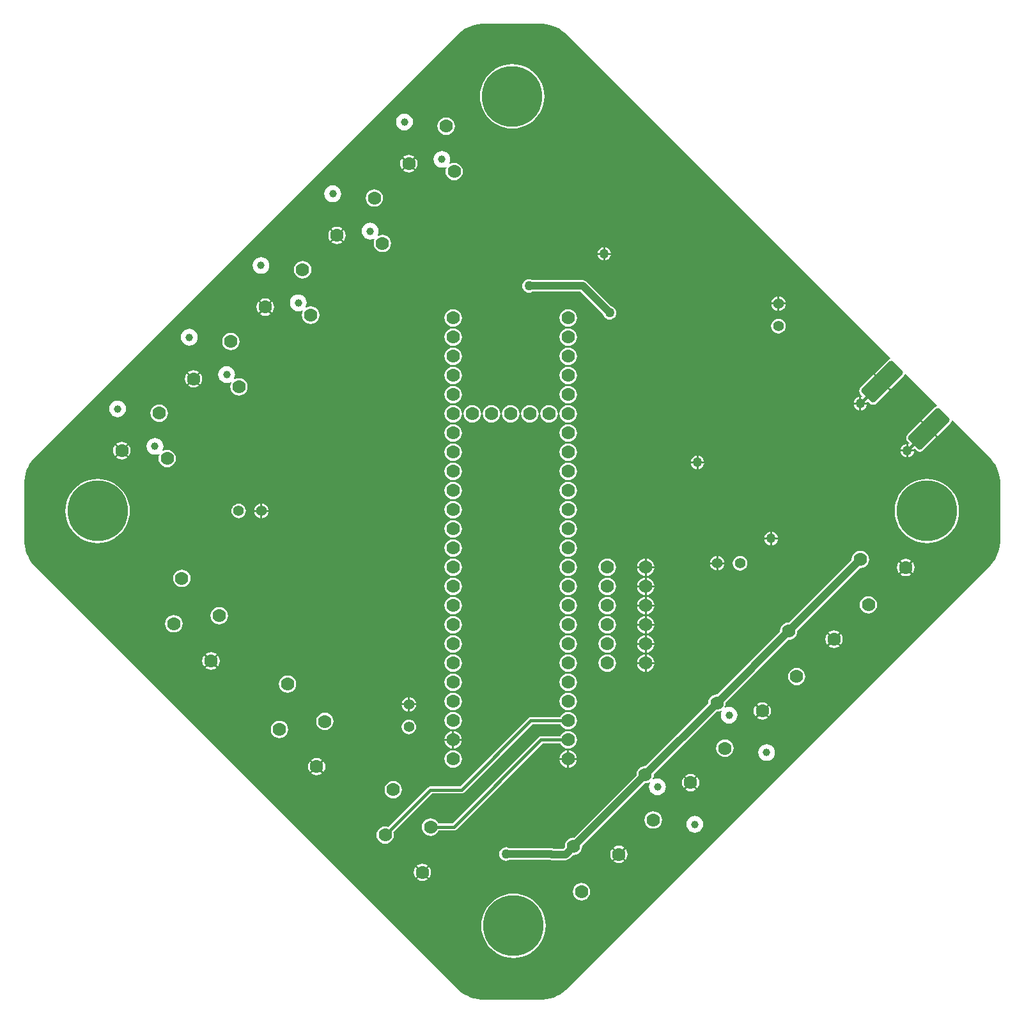
<source format=gbl>
G04*
G04 #@! TF.GenerationSoftware,Altium Limited,Altium Designer,19.0.14 (431)*
G04*
G04 Layer_Physical_Order=2*
G04 Layer_Color=16711680*
%FSLAX25Y25*%
%MOIN*%
G70*
G01*
G75*
G04:AMPARAMS|DCode=32|XSize=230mil|YSize=95mil|CornerRadius=14.25mil|HoleSize=0mil|Usage=FLASHONLY|Rotation=225.000|XOffset=0mil|YOffset=0mil|HoleType=Round|Shape=RoundedRectangle|*
%AMROUNDEDRECTD32*
21,1,0.23000,0.06650,0,0,225.0*
21,1,0.20150,0.09500,0,0,225.0*
1,1,0.02850,-0.09475,-0.04773*
1,1,0.02850,0.04773,0.09475*
1,1,0.02850,0.09475,0.04773*
1,1,0.02850,-0.04773,-0.09475*
%
%ADD32ROUNDEDRECTD32*%
%ADD35C,0.01600*%
%ADD36C,0.03937*%
%ADD40C,0.01800*%
%ADD41C,0.05512*%
%ADD42C,0.07000*%
%ADD43C,0.03937*%
%ADD44C,0.31496*%
%ADD45C,0.05000*%
G36*
X273034Y509432D02*
X274853Y509070D01*
X276629Y508532D01*
X278343Y507822D01*
X279979Y506947D01*
X281521Y505916D01*
X282956Y504739D01*
X283611Y504083D01*
X452400Y335294D01*
X452255Y334816D01*
X451966Y334758D01*
X451164Y334222D01*
X444393Y327452D01*
X448493Y323352D01*
X452592Y319253D01*
X459363Y326024D01*
X459899Y326826D01*
X459956Y327115D01*
X460435Y327260D01*
X476866Y310828D01*
X476721Y310350D01*
X476432Y310292D01*
X475630Y309756D01*
X468859Y302986D01*
X472959Y298886D01*
X477058Y294787D01*
X483829Y301557D01*
X484365Y302360D01*
X484422Y302649D01*
X484901Y302794D01*
X504083Y283611D01*
X504083Y283611D01*
X504739Y282956D01*
X505916Y281522D01*
X506947Y279979D01*
X507822Y278343D01*
X508532Y276629D01*
X509070Y274853D01*
X509432Y273034D01*
X509614Y271187D01*
X509614Y270260D01*
Y240182D01*
X509614Y239254D01*
X509432Y237408D01*
X509070Y235588D01*
X508532Y233813D01*
X507822Y232099D01*
X506947Y230463D01*
X505916Y228920D01*
X504739Y227486D01*
X504083Y226830D01*
X283611Y6358D01*
X282956Y5702D01*
X281522Y4525D01*
X279979Y3495D01*
X278343Y2620D01*
X276629Y1910D01*
X274853Y1372D01*
X273034Y1010D01*
X271187Y828D01*
X270260Y828D01*
X240182D01*
X239254Y828D01*
X237408Y1010D01*
X235588Y1372D01*
X233813Y1910D01*
X232099Y2620D01*
X230463Y3495D01*
X228920Y4525D01*
X227486Y5702D01*
X226830Y6358D01*
X6358Y226830D01*
X5702Y227486D01*
X4525Y228920D01*
X3495Y230463D01*
X2620Y232099D01*
X1910Y233813D01*
X1372Y235588D01*
X1010Y237408D01*
X828Y239254D01*
X828Y240182D01*
Y270260D01*
X828Y271187D01*
X1010Y273034D01*
X1372Y274853D01*
X1910Y276629D01*
X2620Y278343D01*
X3495Y279979D01*
X4525Y281521D01*
X5702Y282956D01*
X6358Y283611D01*
X6358Y283611D01*
X226830Y504083D01*
X227486Y504739D01*
X228920Y505916D01*
X230463Y506947D01*
X232099Y507822D01*
X233813Y508532D01*
X235588Y509070D01*
X237408Y509432D01*
X239254Y509614D01*
X271187D01*
X273034Y509432D01*
D02*
G37*
%LPC*%
G36*
X255221Y488654D02*
X253030Y488510D01*
X250877Y488082D01*
X248798Y487376D01*
X246829Y486405D01*
X245003Y485186D01*
X243353Y483738D01*
X241905Y482087D01*
X240686Y480262D01*
X239714Y478293D01*
X239009Y476214D01*
X238580Y474061D01*
X238437Y471870D01*
X238580Y469679D01*
X239009Y467526D01*
X239714Y465447D01*
X240686Y463478D01*
X241905Y461653D01*
X243353Y460002D01*
X245003Y458554D01*
X246829Y457335D01*
X248798Y456364D01*
X250877Y455658D01*
X253030Y455230D01*
X255221Y455086D01*
X257412Y455230D01*
X259565Y455658D01*
X261644Y456364D01*
X263613Y457335D01*
X265438Y458554D01*
X267089Y460002D01*
X268536Y461653D01*
X269756Y463478D01*
X270727Y465447D01*
X271433Y467526D01*
X271861Y469679D01*
X272005Y471870D01*
X271861Y474061D01*
X271433Y476214D01*
X270727Y478293D01*
X269756Y480262D01*
X268536Y482087D01*
X267089Y483738D01*
X265438Y485186D01*
X263613Y486405D01*
X261644Y487376D01*
X259565Y488082D01*
X257412Y488510D01*
X255221Y488654D01*
D02*
G37*
G36*
X199058Y462889D02*
X197923Y462739D01*
X196866Y462301D01*
X195958Y461604D01*
X195261Y460697D01*
X194823Y459639D01*
X194674Y458505D01*
X194823Y457370D01*
X195261Y456313D01*
X195958Y455405D01*
X196866Y454708D01*
X197923Y454270D01*
X199058Y454121D01*
X200192Y454270D01*
X201250Y454708D01*
X202158Y455405D01*
X202854Y456313D01*
X203292Y457370D01*
X203442Y458505D01*
X203292Y459639D01*
X202854Y460697D01*
X202158Y461604D01*
X201250Y462301D01*
X200192Y462739D01*
X199058Y462889D01*
D02*
G37*
G36*
X220772Y460816D02*
X219597Y460662D01*
X218503Y460208D01*
X217563Y459487D01*
X216841Y458547D01*
X216388Y457452D01*
X216233Y456277D01*
X216388Y455103D01*
X216841Y454008D01*
X217563Y453068D01*
X218503Y452347D01*
X219597Y451893D01*
X220772Y451739D01*
X221947Y451893D01*
X223041Y452347D01*
X223981Y453068D01*
X224703Y454008D01*
X225156Y455103D01*
X225311Y456277D01*
X225156Y457452D01*
X224703Y458547D01*
X223981Y459487D01*
X223041Y460208D01*
X221947Y460662D01*
X220772Y460816D01*
D02*
G37*
G36*
X201285Y441329D02*
X200110Y441174D01*
X199015Y440721D01*
X198476Y440307D01*
X201285Y437497D01*
X204094Y440307D01*
X203554Y440721D01*
X202460Y441174D01*
X201285Y441329D01*
D02*
G37*
G36*
X197768Y439600D02*
X197354Y439060D01*
X196901Y437965D01*
X196746Y436790D01*
X196901Y435615D01*
X197354Y434521D01*
X197768Y433981D01*
X200578Y436790D01*
X197768Y439600D01*
D02*
G37*
G36*
X204801D02*
X201992Y436790D01*
X204801Y433981D01*
X205216Y434521D01*
X205669Y435615D01*
X205824Y436790D01*
X205669Y437965D01*
X205216Y439060D01*
X204801Y439600D01*
D02*
G37*
G36*
X201285Y436083D02*
X198476Y433274D01*
X199015Y432860D01*
X200110Y432406D01*
X201285Y432251D01*
X202460Y432406D01*
X203554Y432860D01*
X204094Y433274D01*
X201285Y436083D01*
D02*
G37*
G36*
X218545Y443401D02*
X217410Y443252D01*
X216353Y442814D01*
X215445Y442117D01*
X214748Y441209D01*
X214310Y440152D01*
X214161Y439017D01*
X214310Y437883D01*
X214748Y436825D01*
X215445Y435918D01*
X216353Y435221D01*
X217410Y434783D01*
X218545Y434633D01*
X219680Y434783D01*
X220616Y435171D01*
X220819Y435025D01*
X220946Y434875D01*
X220986Y434809D01*
X220564Y433789D01*
X220409Y432614D01*
X220564Y431440D01*
X221017Y430345D01*
X221738Y429405D01*
X222678Y428684D01*
X223773Y428230D01*
X224948Y428076D01*
X226122Y428230D01*
X227217Y428684D01*
X228157Y429405D01*
X228878Y430345D01*
X229332Y431440D01*
X229487Y432614D01*
X229332Y433789D01*
X228878Y434884D01*
X228157Y435824D01*
X227217Y436545D01*
X226122Y436999D01*
X224948Y437153D01*
X223773Y436999D01*
X222753Y436576D01*
X222686Y436617D01*
X222537Y436743D01*
X222392Y436947D01*
X222780Y437883D01*
X222929Y439017D01*
X222780Y440152D01*
X222342Y441209D01*
X221645Y442117D01*
X220737Y442814D01*
X219680Y443252D01*
X218545Y443401D01*
D02*
G37*
G36*
X161615Y425446D02*
X160480Y425297D01*
X159423Y424859D01*
X158515Y424162D01*
X157819Y423254D01*
X157381Y422197D01*
X157231Y421062D01*
X157381Y419927D01*
X157819Y418870D01*
X158515Y417962D01*
X159423Y417265D01*
X160480Y416827D01*
X161615Y416678D01*
X162750Y416827D01*
X163807Y417265D01*
X164715Y417962D01*
X165412Y418870D01*
X165850Y419927D01*
X165999Y421062D01*
X165850Y422197D01*
X165412Y423254D01*
X164715Y424162D01*
X163807Y424859D01*
X162750Y425297D01*
X161615Y425446D01*
D02*
G37*
G36*
X183329Y423374D02*
X182155Y423219D01*
X181060Y422765D01*
X180120Y422044D01*
X179399Y421104D01*
X178945Y420010D01*
X178791Y418835D01*
X178945Y417660D01*
X179399Y416565D01*
X180120Y415625D01*
X181060Y414904D01*
X182155Y414451D01*
X183329Y414296D01*
X184504Y414451D01*
X185599Y414904D01*
X186539Y415625D01*
X187260Y416565D01*
X187714Y417660D01*
X187868Y418835D01*
X187714Y420010D01*
X187260Y421104D01*
X186539Y422044D01*
X185599Y422765D01*
X184504Y423219D01*
X183329Y423374D01*
D02*
G37*
G36*
X163842Y403886D02*
X162668Y403732D01*
X161573Y403278D01*
X161033Y402864D01*
X163842Y400055D01*
X166651Y402864D01*
X166112Y403278D01*
X165017Y403732D01*
X163842Y403886D01*
D02*
G37*
G36*
X160326Y402157D02*
X159911Y401617D01*
X159458Y400522D01*
X159303Y399348D01*
X159458Y398173D01*
X159911Y397078D01*
X160326Y396538D01*
X163135Y399348D01*
X160326Y402157D01*
D02*
G37*
G36*
X167359D02*
X164549Y399348D01*
X167359Y396538D01*
X167773Y397078D01*
X168226Y398173D01*
X168381Y399348D01*
X168226Y400522D01*
X167773Y401617D01*
X167359Y402157D01*
D02*
G37*
G36*
X163842Y398640D02*
X161033Y395831D01*
X161573Y395417D01*
X162668Y394963D01*
X163842Y394809D01*
X165017Y394963D01*
X166112Y395417D01*
X166651Y395831D01*
X163842Y398640D01*
D02*
G37*
G36*
X181102Y405959D02*
X179968Y405809D01*
X178910Y405371D01*
X178003Y404675D01*
X177306Y403767D01*
X176868Y402709D01*
X176718Y401575D01*
X176868Y400440D01*
X177306Y399383D01*
X178003Y398475D01*
X178910Y397778D01*
X179968Y397340D01*
X181102Y397191D01*
X182237Y397340D01*
X183173Y397728D01*
X183378Y397582D01*
X183503Y397434D01*
X183544Y397367D01*
X183121Y396346D01*
X182967Y395172D01*
X183121Y393997D01*
X183575Y392902D01*
X184296Y391962D01*
X185236Y391241D01*
X186331Y390788D01*
X187505Y390633D01*
X188680Y390788D01*
X189775Y391241D01*
X190715Y391962D01*
X191436Y392902D01*
X191890Y393997D01*
X192044Y395172D01*
X191890Y396346D01*
X191436Y397441D01*
X190715Y398381D01*
X189775Y399102D01*
X188680Y399556D01*
X187505Y399711D01*
X186331Y399556D01*
X185310Y399133D01*
X185243Y399174D01*
X185095Y399300D01*
X184949Y399504D01*
X185337Y400440D01*
X185486Y401575D01*
X185337Y402709D01*
X184899Y403767D01*
X184202Y404675D01*
X183294Y405371D01*
X182237Y405809D01*
X181102Y405959D01*
D02*
G37*
G36*
X303650Y393228D02*
Y390264D01*
X306614D01*
X306559Y390677D01*
X306207Y391529D01*
X305646Y392260D01*
X304915Y392821D01*
X304063Y393174D01*
X303650Y393228D01*
D02*
G37*
G36*
X302650D02*
X302236Y393174D01*
X301384Y392821D01*
X300653Y392260D01*
X300092Y391529D01*
X299740Y390677D01*
X299685Y390264D01*
X302650D01*
Y393228D01*
D02*
G37*
G36*
X306614Y389264D02*
X303650D01*
Y386299D01*
X304063Y386354D01*
X304915Y386707D01*
X305646Y387268D01*
X306207Y387999D01*
X306559Y388850D01*
X306614Y389264D01*
D02*
G37*
G36*
X302650D02*
X299685D01*
X299740Y388850D01*
X300092Y387999D01*
X300653Y387268D01*
X301384Y386707D01*
X302236Y386354D01*
X302650Y386299D01*
Y389264D01*
D02*
G37*
G36*
X124214Y388044D02*
X123079Y387895D01*
X122022Y387457D01*
X121114Y386760D01*
X120417Y385852D01*
X119979Y384795D01*
X119830Y383660D01*
X119979Y382526D01*
X120417Y381468D01*
X121114Y380560D01*
X122022Y379864D01*
X123079Y379426D01*
X124214Y379276D01*
X125348Y379426D01*
X126406Y379864D01*
X127313Y380560D01*
X128010Y381468D01*
X128448Y382526D01*
X128598Y383660D01*
X128448Y384795D01*
X128010Y385852D01*
X127313Y386760D01*
X126406Y387457D01*
X125348Y387895D01*
X124214Y388044D01*
D02*
G37*
G36*
X145928Y385972D02*
X144753Y385818D01*
X143658Y385364D01*
X142718Y384643D01*
X141997Y383703D01*
X141544Y382608D01*
X141389Y381433D01*
X141544Y380259D01*
X141997Y379164D01*
X142718Y378224D01*
X143658Y377503D01*
X144753Y377049D01*
X145928Y376895D01*
X147102Y377049D01*
X148197Y377503D01*
X149137Y378224D01*
X149858Y379164D01*
X150312Y380259D01*
X150467Y381433D01*
X150312Y382608D01*
X149858Y383703D01*
X149137Y384643D01*
X148197Y385364D01*
X147102Y385818D01*
X145928Y385972D01*
D02*
G37*
G36*
X394500Y367533D02*
Y364311D01*
X397723D01*
X397659Y364791D01*
X397281Y365705D01*
X396679Y366490D01*
X395894Y367092D01*
X394981Y367470D01*
X394500Y367533D01*
D02*
G37*
G36*
X393500Y367533D02*
X393020Y367470D01*
X392106Y367092D01*
X391321Y366490D01*
X390719Y365705D01*
X390341Y364791D01*
X390278Y364311D01*
X393500D01*
Y367533D01*
D02*
G37*
G36*
X126441Y366485D02*
X125266Y366330D01*
X124171Y365877D01*
X123631Y365463D01*
X126441Y362653D01*
X129250Y365463D01*
X128710Y365877D01*
X127615Y366330D01*
X126441Y366485D01*
D02*
G37*
G36*
X393500Y363311D02*
X390278D01*
X390341Y362830D01*
X390719Y361917D01*
X391321Y361132D01*
X392106Y360530D01*
X393020Y360152D01*
X393500Y360088D01*
Y363311D01*
D02*
G37*
G36*
X397723D02*
X394500D01*
Y360088D01*
X394981Y360152D01*
X395894Y360530D01*
X396679Y361132D01*
X397281Y361917D01*
X397659Y362830D01*
X397723Y363311D01*
D02*
G37*
G36*
X122924Y364756D02*
X122510Y364216D01*
X122056Y363121D01*
X121902Y361946D01*
X122056Y360771D01*
X122510Y359677D01*
X122924Y359137D01*
X125733Y361946D01*
X122924Y364756D01*
D02*
G37*
G36*
X129957D02*
X127148Y361946D01*
X129957Y359137D01*
X130371Y359677D01*
X130825Y360771D01*
X130979Y361946D01*
X130825Y363121D01*
X130371Y364216D01*
X129957Y364756D01*
D02*
G37*
G36*
X126441Y361239D02*
X123631Y358430D01*
X124171Y358015D01*
X125266Y357562D01*
X126441Y357407D01*
X127615Y357562D01*
X128710Y358015D01*
X129250Y358430D01*
X126441Y361239D01*
D02*
G37*
G36*
X264000Y376530D02*
X263086Y376410D01*
X262235Y376057D01*
X261504Y375496D01*
X260943Y374765D01*
X260590Y373914D01*
X260470Y373000D01*
X260590Y372086D01*
X260943Y371235D01*
X261504Y370504D01*
X262235Y369943D01*
X263086Y369590D01*
X264000Y369470D01*
X264914Y369590D01*
X265765Y369943D01*
X265847Y370006D01*
X290760D01*
X302577Y358189D01*
X302590Y358086D01*
X302943Y357235D01*
X303504Y356504D01*
X304235Y355943D01*
X305086Y355590D01*
X306000Y355470D01*
X306914Y355590D01*
X307765Y355943D01*
X308496Y356504D01*
X309057Y357235D01*
X309410Y358086D01*
X309530Y359000D01*
X309410Y359914D01*
X309057Y360765D01*
X308496Y361496D01*
X307765Y362057D01*
X306914Y362410D01*
X306811Y362423D01*
X294117Y375117D01*
X293497Y375593D01*
X292775Y375892D01*
X292000Y375994D01*
X265847D01*
X265765Y376057D01*
X264914Y376410D01*
X264000Y376530D01*
D02*
G37*
G36*
X143701Y368557D02*
X142566Y368408D01*
X141509Y367970D01*
X140601Y367273D01*
X139904Y366365D01*
X139466Y365308D01*
X139317Y364173D01*
X139466Y363038D01*
X139904Y361981D01*
X140601Y361073D01*
X141509Y360377D01*
X142566Y359939D01*
X143701Y359789D01*
X144835Y359939D01*
X145772Y360326D01*
X145976Y360180D01*
X146101Y360033D01*
X146142Y359965D01*
X145720Y358945D01*
X145565Y357770D01*
X145720Y356595D01*
X146173Y355501D01*
X146894Y354561D01*
X147834Y353839D01*
X148929Y353386D01*
X150104Y353231D01*
X151278Y353386D01*
X152373Y353839D01*
X153313Y354561D01*
X154034Y355501D01*
X154488Y356595D01*
X154643Y357770D01*
X154488Y358945D01*
X154034Y360040D01*
X153313Y360980D01*
X152373Y361701D01*
X151278Y362154D01*
X150104Y362309D01*
X148929Y362154D01*
X147909Y361732D01*
X147841Y361773D01*
X147694Y361898D01*
X147548Y362102D01*
X147935Y363038D01*
X148085Y364173D01*
X147935Y365308D01*
X147497Y366365D01*
X146801Y367273D01*
X145893Y367970D01*
X144835Y368408D01*
X143701Y368557D01*
D02*
G37*
G36*
X284409Y360835D02*
X283235Y360681D01*
X282140Y360227D01*
X281200Y359506D01*
X280479Y358566D01*
X280025Y357471D01*
X279871Y356297D01*
X280025Y355122D01*
X280479Y354027D01*
X281200Y353087D01*
X282140Y352366D01*
X283235Y351912D01*
X284409Y351758D01*
X285584Y351912D01*
X286679Y352366D01*
X287619Y353087D01*
X288340Y354027D01*
X288794Y355122D01*
X288948Y356297D01*
X288794Y357471D01*
X288340Y358566D01*
X287619Y359506D01*
X286679Y360227D01*
X285584Y360681D01*
X284409Y360835D01*
D02*
G37*
G36*
X224409D02*
X223235Y360681D01*
X222140Y360227D01*
X221200Y359506D01*
X220479Y358566D01*
X220025Y357471D01*
X219871Y356297D01*
X220025Y355122D01*
X220479Y354027D01*
X221200Y353087D01*
X222140Y352366D01*
X223235Y351912D01*
X224409Y351758D01*
X225584Y351912D01*
X226679Y352366D01*
X227619Y353087D01*
X228340Y354027D01*
X228794Y355122D01*
X228948Y356297D01*
X228794Y357471D01*
X228340Y358566D01*
X227619Y359506D01*
X226679Y360227D01*
X225584Y360681D01*
X224409Y360835D01*
D02*
G37*
G36*
X394000Y355788D02*
X393020Y355659D01*
X392106Y355281D01*
X391321Y354679D01*
X390719Y353894D01*
X390341Y352980D01*
X390212Y352000D01*
X390341Y351020D01*
X390719Y350106D01*
X391321Y349321D01*
X392106Y348719D01*
X393020Y348341D01*
X394000Y348212D01*
X394981Y348341D01*
X395894Y348719D01*
X396679Y349321D01*
X397281Y350106D01*
X397659Y351020D01*
X397788Y352000D01*
X397659Y352980D01*
X397281Y353894D01*
X396679Y354679D01*
X395894Y355281D01*
X394981Y355659D01*
X394000Y355788D01*
D02*
G37*
G36*
X86812Y350643D02*
X85677Y350493D01*
X84620Y350055D01*
X83712Y349359D01*
X83015Y348451D01*
X82577Y347393D01*
X82428Y346259D01*
X82577Y345124D01*
X83015Y344067D01*
X83712Y343159D01*
X84620Y342462D01*
X85677Y342024D01*
X86812Y341875D01*
X87947Y342024D01*
X89004Y342462D01*
X89912Y343159D01*
X90609Y344067D01*
X91047Y345124D01*
X91196Y346259D01*
X91047Y347393D01*
X90609Y348451D01*
X89912Y349359D01*
X89004Y350055D01*
X87947Y350493D01*
X86812Y350643D01*
D02*
G37*
G36*
X284409Y350835D02*
X283235Y350681D01*
X282140Y350227D01*
X281200Y349506D01*
X280479Y348566D01*
X280025Y347471D01*
X279871Y346297D01*
X280025Y345122D01*
X280479Y344027D01*
X281200Y343087D01*
X282140Y342366D01*
X283235Y341912D01*
X284409Y341758D01*
X285584Y341912D01*
X286679Y342366D01*
X287619Y343087D01*
X288340Y344027D01*
X288794Y345122D01*
X288948Y346297D01*
X288794Y347471D01*
X288340Y348566D01*
X287619Y349506D01*
X286679Y350227D01*
X285584Y350681D01*
X284409Y350835D01*
D02*
G37*
G36*
X224409D02*
X223235Y350681D01*
X222140Y350227D01*
X221200Y349506D01*
X220479Y348566D01*
X220025Y347471D01*
X219871Y346297D01*
X220025Y345122D01*
X220479Y344027D01*
X221200Y343087D01*
X222140Y342366D01*
X223235Y341912D01*
X224409Y341758D01*
X225584Y341912D01*
X226679Y342366D01*
X227619Y343087D01*
X228340Y344027D01*
X228794Y345122D01*
X228948Y346297D01*
X228794Y347471D01*
X228340Y348566D01*
X227619Y349506D01*
X226679Y350227D01*
X225584Y350681D01*
X224409Y350835D01*
D02*
G37*
G36*
X108526Y348571D02*
X107352Y348416D01*
X106257Y347962D01*
X105317Y347241D01*
X104596Y346301D01*
X104142Y345206D01*
X103988Y344032D01*
X104142Y342857D01*
X104596Y341762D01*
X105317Y340822D01*
X106257Y340101D01*
X107352Y339648D01*
X108526Y339493D01*
X109701Y339648D01*
X110796Y340101D01*
X111736Y340822D01*
X112457Y341762D01*
X112911Y342857D01*
X113065Y344032D01*
X112911Y345206D01*
X112457Y346301D01*
X111736Y347241D01*
X110796Y347962D01*
X109701Y348416D01*
X108526Y348571D01*
D02*
G37*
G36*
X284409Y340835D02*
X283235Y340681D01*
X282140Y340227D01*
X281200Y339506D01*
X280479Y338566D01*
X280025Y337471D01*
X279871Y336297D01*
X280025Y335122D01*
X280479Y334027D01*
X281200Y333087D01*
X282140Y332366D01*
X283235Y331912D01*
X284409Y331758D01*
X285584Y331912D01*
X286679Y332366D01*
X287619Y333087D01*
X288340Y334027D01*
X288794Y335122D01*
X288948Y336297D01*
X288794Y337471D01*
X288340Y338566D01*
X287619Y339506D01*
X286679Y340227D01*
X285584Y340681D01*
X284409Y340835D01*
D02*
G37*
G36*
X224409D02*
X223235Y340681D01*
X222140Y340227D01*
X221200Y339506D01*
X220479Y338566D01*
X220025Y337471D01*
X219871Y336297D01*
X220025Y335122D01*
X220479Y334027D01*
X221200Y333087D01*
X222140Y332366D01*
X223235Y331912D01*
X224409Y331758D01*
X225584Y331912D01*
X226679Y332366D01*
X227619Y333087D01*
X228340Y334027D01*
X228794Y335122D01*
X228948Y336297D01*
X228794Y337471D01*
X228340Y338566D01*
X227619Y339506D01*
X226679Y340227D01*
X225584Y340681D01*
X224409Y340835D01*
D02*
G37*
G36*
X89039Y329083D02*
X87865Y328929D01*
X86770Y328475D01*
X86230Y328061D01*
X89039Y325252D01*
X91849Y328061D01*
X91309Y328475D01*
X90214Y328929D01*
X89039Y329083D01*
D02*
G37*
G36*
X284409Y330835D02*
X283235Y330681D01*
X282140Y330227D01*
X281200Y329506D01*
X280479Y328566D01*
X280025Y327471D01*
X279871Y326297D01*
X280025Y325122D01*
X280479Y324027D01*
X281200Y323087D01*
X282140Y322366D01*
X283235Y321912D01*
X284409Y321758D01*
X285584Y321912D01*
X286679Y322366D01*
X287619Y323087D01*
X288340Y324027D01*
X288794Y325122D01*
X288948Y326297D01*
X288794Y327471D01*
X288340Y328566D01*
X287619Y329506D01*
X286679Y330227D01*
X285584Y330681D01*
X284409Y330835D01*
D02*
G37*
G36*
X224409D02*
X223235Y330681D01*
X222140Y330227D01*
X221200Y329506D01*
X220479Y328566D01*
X220025Y327471D01*
X219871Y326297D01*
X220025Y325122D01*
X220479Y324027D01*
X221200Y323087D01*
X222140Y322366D01*
X223235Y321912D01*
X224409Y321758D01*
X225584Y321912D01*
X226679Y322366D01*
X227619Y323087D01*
X228340Y324027D01*
X228794Y325122D01*
X228948Y326297D01*
X228794Y327471D01*
X228340Y328566D01*
X227619Y329506D01*
X226679Y330227D01*
X225584Y330681D01*
X224409Y330835D01*
D02*
G37*
G36*
X92556Y327354D02*
X89746Y324545D01*
X92556Y321735D01*
X92970Y322275D01*
X93423Y323370D01*
X93578Y324545D01*
X93423Y325719D01*
X92970Y326814D01*
X92556Y327354D01*
D02*
G37*
G36*
X85523Y327354D02*
X85109Y326814D01*
X84655Y325719D01*
X84500Y324545D01*
X84655Y323370D01*
X85109Y322275D01*
X85523Y321735D01*
X88332Y324545D01*
X85523Y327354D01*
D02*
G37*
G36*
X89039Y323837D02*
X86230Y321028D01*
X86770Y320614D01*
X87865Y320160D01*
X89039Y320006D01*
X90214Y320160D01*
X91309Y320614D01*
X91848Y321028D01*
X89039Y323837D01*
D02*
G37*
G36*
X106299Y331156D02*
X105165Y331006D01*
X104107Y330568D01*
X103199Y329872D01*
X102503Y328964D01*
X102065Y327906D01*
X101915Y326772D01*
X102065Y325637D01*
X102503Y324580D01*
X103199Y323672D01*
X104107Y322975D01*
X105165Y322537D01*
X106299Y322388D01*
X107434Y322537D01*
X108370Y322925D01*
X108573Y322780D01*
X108700Y322630D01*
X108740Y322564D01*
X108318Y321544D01*
X108163Y320369D01*
X108318Y319194D01*
X108772Y318099D01*
X109493Y317159D01*
X110433Y316438D01*
X111528Y315985D01*
X112702Y315830D01*
X113877Y315985D01*
X114972Y316438D01*
X115912Y317159D01*
X116633Y318099D01*
X117086Y319194D01*
X117241Y320369D01*
X117086Y321544D01*
X116633Y322638D01*
X115912Y323578D01*
X114972Y324300D01*
X113877Y324753D01*
X112702Y324908D01*
X111528Y324753D01*
X110507Y324330D01*
X110441Y324370D01*
X110292Y324497D01*
X110146Y324701D01*
X110534Y325637D01*
X110683Y326772D01*
X110534Y327906D01*
X110096Y328964D01*
X109399Y329872D01*
X108491Y330568D01*
X107434Y331006D01*
X106299Y331156D01*
D02*
G37*
G36*
X443686Y326745D02*
X436916Y319974D01*
X436380Y319172D01*
X436192Y318226D01*
X436380Y317280D01*
X436916Y316478D01*
X437897Y315496D01*
X437453Y315053D01*
X437255Y315079D01*
Y312114D01*
X440219D01*
X440193Y312313D01*
X440637Y312757D01*
X441618Y311775D01*
X442420Y311239D01*
X443366Y311051D01*
X444312Y311239D01*
X445115Y311775D01*
X451885Y318546D01*
X447786Y322645D01*
X443686Y326745D01*
D02*
G37*
G36*
X436255Y315079D02*
X435841Y315024D01*
X434990Y314672D01*
X434259Y314111D01*
X433698Y313380D01*
X433345Y312528D01*
X433290Y312114D01*
X436255D01*
Y315079D01*
D02*
G37*
G36*
X284409Y320835D02*
X283235Y320681D01*
X282140Y320227D01*
X281200Y319506D01*
X280479Y318566D01*
X280025Y317471D01*
X279871Y316297D01*
X280025Y315122D01*
X280479Y314027D01*
X281200Y313087D01*
X282140Y312366D01*
X283235Y311912D01*
X284409Y311758D01*
X285584Y311912D01*
X286679Y312366D01*
X287619Y313087D01*
X288340Y314027D01*
X288794Y315122D01*
X288948Y316297D01*
X288794Y317471D01*
X288340Y318566D01*
X287619Y319506D01*
X286679Y320227D01*
X285584Y320681D01*
X284409Y320835D01*
D02*
G37*
G36*
X224409D02*
X223235Y320681D01*
X222140Y320227D01*
X221200Y319506D01*
X220479Y318566D01*
X220025Y317471D01*
X219871Y316297D01*
X220025Y315122D01*
X220479Y314027D01*
X221200Y313087D01*
X222140Y312366D01*
X223235Y311912D01*
X224409Y311758D01*
X225584Y311912D01*
X226679Y312366D01*
X227619Y313087D01*
X228340Y314027D01*
X228794Y315122D01*
X228948Y316297D01*
X228794Y317471D01*
X228340Y318566D01*
X227619Y319506D01*
X226679Y320227D01*
X225584Y320681D01*
X224409Y320835D01*
D02*
G37*
G36*
X440219Y311114D02*
X437255D01*
Y308150D01*
X437669Y308205D01*
X438520Y308557D01*
X439251Y309118D01*
X439812Y309849D01*
X440165Y310701D01*
X440219Y311114D01*
D02*
G37*
G36*
X436255D02*
X433290D01*
X433345Y310701D01*
X433698Y309849D01*
X434259Y309118D01*
X434990Y308557D01*
X435841Y308205D01*
X436255Y308150D01*
Y311114D01*
D02*
G37*
G36*
X49410Y313241D02*
X48276Y313092D01*
X47218Y312654D01*
X46310Y311957D01*
X45614Y311049D01*
X45176Y309992D01*
X45026Y308857D01*
X45176Y307723D01*
X45614Y306665D01*
X46310Y305757D01*
X47218Y305061D01*
X48276Y304623D01*
X49410Y304473D01*
X50545Y304623D01*
X51602Y305061D01*
X52510Y305757D01*
X53207Y306665D01*
X53645Y307723D01*
X53794Y308857D01*
X53645Y309992D01*
X53207Y311049D01*
X52510Y311957D01*
X51602Y312654D01*
X50545Y313092D01*
X49410Y313241D01*
D02*
G37*
G36*
X71125Y311169D02*
X69950Y311014D01*
X68855Y310561D01*
X67915Y309840D01*
X67194Y308900D01*
X66741Y307805D01*
X66586Y306630D01*
X66741Y305455D01*
X67194Y304361D01*
X67915Y303421D01*
X68855Y302699D01*
X69950Y302246D01*
X71125Y302091D01*
X72299Y302246D01*
X73394Y302699D01*
X74334Y303421D01*
X75055Y304361D01*
X75509Y305455D01*
X75664Y306630D01*
X75509Y307805D01*
X75055Y308900D01*
X74334Y309840D01*
X73394Y310561D01*
X72299Y311014D01*
X71125Y311169D01*
D02*
G37*
G36*
X284409Y310835D02*
X283235Y310681D01*
X282140Y310227D01*
X281200Y309506D01*
X280479Y308566D01*
X280025Y307471D01*
X279871Y306297D01*
X280025Y305122D01*
X280479Y304027D01*
X281200Y303087D01*
X282140Y302366D01*
X283235Y301912D01*
X284409Y301758D01*
X285584Y301912D01*
X286679Y302366D01*
X287619Y303087D01*
X288340Y304027D01*
X288794Y305122D01*
X288948Y306297D01*
X288794Y307471D01*
X288340Y308566D01*
X287619Y309506D01*
X286679Y310227D01*
X285584Y310681D01*
X284409Y310835D01*
D02*
G37*
G36*
X274409D02*
X273235Y310681D01*
X272140Y310227D01*
X271200Y309506D01*
X270479Y308566D01*
X270025Y307471D01*
X269871Y306297D01*
X270025Y305122D01*
X270479Y304027D01*
X271200Y303087D01*
X272140Y302366D01*
X273235Y301912D01*
X274409Y301758D01*
X275584Y301912D01*
X276679Y302366D01*
X277619Y303087D01*
X278340Y304027D01*
X278794Y305122D01*
X278948Y306297D01*
X278794Y307471D01*
X278340Y308566D01*
X277619Y309506D01*
X276679Y310227D01*
X275584Y310681D01*
X274409Y310835D01*
D02*
G37*
G36*
X264409D02*
X263235Y310681D01*
X262140Y310227D01*
X261200Y309506D01*
X260479Y308566D01*
X260025Y307471D01*
X259871Y306297D01*
X260025Y305122D01*
X260479Y304027D01*
X261200Y303087D01*
X262140Y302366D01*
X263235Y301912D01*
X264409Y301758D01*
X265584Y301912D01*
X266679Y302366D01*
X267619Y303087D01*
X268340Y304027D01*
X268794Y305122D01*
X268948Y306297D01*
X268794Y307471D01*
X268340Y308566D01*
X267619Y309506D01*
X266679Y310227D01*
X265584Y310681D01*
X264409Y310835D01*
D02*
G37*
G36*
X254409D02*
X253235Y310681D01*
X252140Y310227D01*
X251200Y309506D01*
X250479Y308566D01*
X250025Y307471D01*
X249871Y306297D01*
X250025Y305122D01*
X250479Y304027D01*
X251200Y303087D01*
X252140Y302366D01*
X253235Y301912D01*
X254409Y301758D01*
X255584Y301912D01*
X256679Y302366D01*
X257619Y303087D01*
X258340Y304027D01*
X258794Y305122D01*
X258948Y306297D01*
X258794Y307471D01*
X258340Y308566D01*
X257619Y309506D01*
X256679Y310227D01*
X255584Y310681D01*
X254409Y310835D01*
D02*
G37*
G36*
X244409D02*
X243235Y310681D01*
X242140Y310227D01*
X241200Y309506D01*
X240479Y308566D01*
X240025Y307471D01*
X239871Y306297D01*
X240025Y305122D01*
X240479Y304027D01*
X241200Y303087D01*
X242140Y302366D01*
X243235Y301912D01*
X244409Y301758D01*
X245584Y301912D01*
X246679Y302366D01*
X247619Y303087D01*
X248340Y304027D01*
X248794Y305122D01*
X248948Y306297D01*
X248794Y307471D01*
X248340Y308566D01*
X247619Y309506D01*
X246679Y310227D01*
X245584Y310681D01*
X244409Y310835D01*
D02*
G37*
G36*
X234409D02*
X233235Y310681D01*
X232140Y310227D01*
X231200Y309506D01*
X230479Y308566D01*
X230025Y307471D01*
X229871Y306297D01*
X230025Y305122D01*
X230479Y304027D01*
X231200Y303087D01*
X232140Y302366D01*
X233235Y301912D01*
X234409Y301758D01*
X235584Y301912D01*
X236679Y302366D01*
X237619Y303087D01*
X238340Y304027D01*
X238794Y305122D01*
X238948Y306297D01*
X238794Y307471D01*
X238340Y308566D01*
X237619Y309506D01*
X236679Y310227D01*
X235584Y310681D01*
X234409Y310835D01*
D02*
G37*
G36*
X224409D02*
X223235Y310681D01*
X222140Y310227D01*
X221200Y309506D01*
X220479Y308566D01*
X220025Y307471D01*
X219871Y306297D01*
X220025Y305122D01*
X220479Y304027D01*
X221200Y303087D01*
X222140Y302366D01*
X223235Y301912D01*
X224409Y301758D01*
X225584Y301912D01*
X226679Y302366D01*
X227619Y303087D01*
X228340Y304027D01*
X228794Y305122D01*
X228948Y306297D01*
X228794Y307471D01*
X228340Y308566D01*
X227619Y309506D01*
X226679Y310227D01*
X225584Y310681D01*
X224409Y310835D01*
D02*
G37*
G36*
X284409Y300835D02*
X283235Y300681D01*
X282140Y300227D01*
X281200Y299506D01*
X280479Y298566D01*
X280025Y297471D01*
X279871Y296297D01*
X280025Y295122D01*
X280479Y294027D01*
X281200Y293087D01*
X282140Y292366D01*
X283235Y291912D01*
X284409Y291758D01*
X285584Y291912D01*
X286679Y292366D01*
X287619Y293087D01*
X288340Y294027D01*
X288794Y295122D01*
X288948Y296297D01*
X288794Y297471D01*
X288340Y298566D01*
X287619Y299506D01*
X286679Y300227D01*
X285584Y300681D01*
X284409Y300835D01*
D02*
G37*
G36*
X224409D02*
X223235Y300681D01*
X222140Y300227D01*
X221200Y299506D01*
X220479Y298566D01*
X220025Y297471D01*
X219871Y296297D01*
X220025Y295122D01*
X220479Y294027D01*
X221200Y293087D01*
X222140Y292366D01*
X223235Y291912D01*
X224409Y291758D01*
X225584Y291912D01*
X226679Y292366D01*
X227619Y293087D01*
X228340Y294027D01*
X228794Y295122D01*
X228948Y296297D01*
X228794Y297471D01*
X228340Y298566D01*
X227619Y299506D01*
X226679Y300227D01*
X225584Y300681D01*
X224409Y300835D01*
D02*
G37*
G36*
X468152Y302279D02*
X461381Y295508D01*
X460846Y294706D01*
X460657Y293760D01*
X460846Y292814D01*
X461381Y292012D01*
X462363Y291030D01*
X461919Y290587D01*
X461721Y290613D01*
Y287649D01*
X464685D01*
X464659Y287847D01*
X465102Y288291D01*
X466084Y287309D01*
X466886Y286773D01*
X467832Y286585D01*
X468778Y286773D01*
X469580Y287309D01*
X476351Y294080D01*
X472252Y298179D01*
X468152Y302279D01*
D02*
G37*
G36*
X51638Y291682D02*
X50463Y291527D01*
X49368Y291074D01*
X48828Y290659D01*
X51638Y287850D01*
X54447Y290659D01*
X53907Y291074D01*
X52812Y291527D01*
X51638Y291682D01*
D02*
G37*
G36*
X460721Y290613D02*
X460307Y290559D01*
X459456Y290206D01*
X458725Y289645D01*
X458164Y288914D01*
X457811Y288062D01*
X457756Y287649D01*
X460721D01*
Y290613D01*
D02*
G37*
G36*
X48121Y289952D02*
X47707Y289412D01*
X47253Y288318D01*
X47099Y287143D01*
X47253Y285968D01*
X47707Y284874D01*
X48121Y284334D01*
X50931Y287143D01*
X48121Y289952D01*
D02*
G37*
G36*
X55154D02*
X52345Y287143D01*
X55154Y284334D01*
X55568Y284874D01*
X56022Y285968D01*
X56176Y287143D01*
X56022Y288318D01*
X55568Y289412D01*
X55154Y289952D01*
D02*
G37*
G36*
X464685Y286649D02*
X461721D01*
Y283684D01*
X462135Y283739D01*
X462986Y284091D01*
X463717Y284652D01*
X464278Y285384D01*
X464631Y286235D01*
X464685Y286649D01*
D02*
G37*
G36*
X460721D02*
X457756D01*
X457811Y286235D01*
X458164Y285384D01*
X458725Y284652D01*
X459456Y284091D01*
X460307Y283739D01*
X460721Y283684D01*
Y286649D01*
D02*
G37*
G36*
X51638Y286436D02*
X48828Y283627D01*
X49368Y283212D01*
X50463Y282759D01*
X51638Y282604D01*
X52812Y282759D01*
X53907Y283212D01*
X54447Y283627D01*
X51638Y286436D01*
D02*
G37*
G36*
X284409Y290835D02*
X283235Y290681D01*
X282140Y290227D01*
X281200Y289506D01*
X280479Y288566D01*
X280025Y287471D01*
X279871Y286297D01*
X280025Y285122D01*
X280479Y284027D01*
X281200Y283087D01*
X282140Y282366D01*
X283235Y281912D01*
X284409Y281758D01*
X285584Y281912D01*
X286679Y282366D01*
X287619Y283087D01*
X288340Y284027D01*
X288794Y285122D01*
X288948Y286297D01*
X288794Y287471D01*
X288340Y288566D01*
X287619Y289506D01*
X286679Y290227D01*
X285584Y290681D01*
X284409Y290835D01*
D02*
G37*
G36*
X224409D02*
X223235Y290681D01*
X222140Y290227D01*
X221200Y289506D01*
X220479Y288566D01*
X220025Y287471D01*
X219871Y286297D01*
X220025Y285122D01*
X220479Y284027D01*
X221200Y283087D01*
X222140Y282366D01*
X223235Y281912D01*
X224409Y281758D01*
X225584Y281912D01*
X226679Y282366D01*
X227619Y283087D01*
X228340Y284027D01*
X228794Y285122D01*
X228948Y286297D01*
X228794Y287471D01*
X228340Y288566D01*
X227619Y289506D01*
X226679Y290227D01*
X225584Y290681D01*
X224409Y290835D01*
D02*
G37*
G36*
X352321Y284419D02*
Y281455D01*
X355285D01*
X355231Y281868D01*
X354878Y282720D01*
X354317Y283451D01*
X353586Y284012D01*
X352734Y284365D01*
X352321Y284419D01*
D02*
G37*
G36*
X351321D02*
X350907Y284365D01*
X350056Y284012D01*
X349325Y283451D01*
X348764Y282720D01*
X348411Y281868D01*
X348356Y281455D01*
X351321D01*
Y284419D01*
D02*
G37*
G36*
X68898Y293754D02*
X67763Y293605D01*
X66706Y293167D01*
X65798Y292470D01*
X65101Y291562D01*
X64663Y290505D01*
X64514Y289370D01*
X64663Y288235D01*
X65101Y287178D01*
X65798Y286270D01*
X66706Y285573D01*
X67763Y285135D01*
X68898Y284986D01*
X70032Y285135D01*
X70968Y285523D01*
X71172Y285378D01*
X71298Y285229D01*
X71339Y285162D01*
X70916Y284142D01*
X70762Y282967D01*
X70916Y281792D01*
X71370Y280698D01*
X72091Y279758D01*
X73031Y279036D01*
X74126Y278583D01*
X75301Y278428D01*
X76475Y278583D01*
X77570Y279036D01*
X78510Y279758D01*
X79231Y280698D01*
X79685Y281792D01*
X79839Y282967D01*
X79685Y284142D01*
X79231Y285237D01*
X78510Y286177D01*
X77570Y286898D01*
X76475Y287351D01*
X75301Y287506D01*
X74126Y287351D01*
X73106Y286929D01*
X73040Y286969D01*
X72890Y287096D01*
X72745Y287299D01*
X73132Y288235D01*
X73282Y289370D01*
X73132Y290505D01*
X72694Y291562D01*
X71997Y292470D01*
X71090Y293167D01*
X70032Y293605D01*
X68898Y293754D01*
D02*
G37*
G36*
X355285Y280455D02*
X352321D01*
Y277490D01*
X352734Y277545D01*
X353586Y277897D01*
X354317Y278458D01*
X354878Y279189D01*
X355231Y280041D01*
X355285Y280455D01*
D02*
G37*
G36*
X351321D02*
X348356D01*
X348411Y280041D01*
X348764Y279189D01*
X349325Y278458D01*
X350056Y277897D01*
X350907Y277545D01*
X351321Y277490D01*
Y280455D01*
D02*
G37*
G36*
X284409Y280835D02*
X283235Y280681D01*
X282140Y280227D01*
X281200Y279506D01*
X280479Y278566D01*
X280025Y277471D01*
X279871Y276297D01*
X280025Y275122D01*
X280479Y274027D01*
X281200Y273087D01*
X282140Y272366D01*
X283235Y271912D01*
X284409Y271758D01*
X285584Y271912D01*
X286679Y272366D01*
X287619Y273087D01*
X288340Y274027D01*
X288794Y275122D01*
X288948Y276297D01*
X288794Y277471D01*
X288340Y278566D01*
X287619Y279506D01*
X286679Y280227D01*
X285584Y280681D01*
X284409Y280835D01*
D02*
G37*
G36*
X224409D02*
X223235Y280681D01*
X222140Y280227D01*
X221200Y279506D01*
X220479Y278566D01*
X220025Y277471D01*
X219871Y276297D01*
X220025Y275122D01*
X220479Y274027D01*
X221200Y273087D01*
X222140Y272366D01*
X223235Y271912D01*
X224409Y271758D01*
X225584Y271912D01*
X226679Y272366D01*
X227619Y273087D01*
X228340Y274027D01*
X228794Y275122D01*
X228948Y276297D01*
X228794Y277471D01*
X228340Y278566D01*
X227619Y279506D01*
X226679Y280227D01*
X225584Y280681D01*
X224409Y280835D01*
D02*
G37*
G36*
X284409Y270835D02*
X283235Y270681D01*
X282140Y270227D01*
X281200Y269506D01*
X280479Y268566D01*
X280025Y267471D01*
X279871Y266297D01*
X280025Y265122D01*
X280479Y264027D01*
X281200Y263087D01*
X282140Y262366D01*
X283235Y261912D01*
X284409Y261758D01*
X285584Y261912D01*
X286679Y262366D01*
X287619Y263087D01*
X288340Y264027D01*
X288794Y265122D01*
X288948Y266297D01*
X288794Y267471D01*
X288340Y268566D01*
X287619Y269506D01*
X286679Y270227D01*
X285584Y270681D01*
X284409Y270835D01*
D02*
G37*
G36*
X224409D02*
X223235Y270681D01*
X222140Y270227D01*
X221200Y269506D01*
X220479Y268566D01*
X220025Y267471D01*
X219871Y266297D01*
X220025Y265122D01*
X220479Y264027D01*
X221200Y263087D01*
X222140Y262366D01*
X223235Y261912D01*
X224409Y261758D01*
X225584Y261912D01*
X226679Y262366D01*
X227619Y263087D01*
X228340Y264027D01*
X228794Y265122D01*
X228948Y266297D01*
X228794Y267471D01*
X228340Y268566D01*
X227619Y269506D01*
X226679Y270227D01*
X225584Y270681D01*
X224409Y270835D01*
D02*
G37*
G36*
X124898Y259343D02*
Y256120D01*
X128120D01*
X128057Y256600D01*
X127679Y257514D01*
X127076Y258299D01*
X126292Y258901D01*
X125378Y259279D01*
X124898Y259343D01*
D02*
G37*
G36*
X123898D02*
X123417Y259279D01*
X122504Y258901D01*
X121719Y258299D01*
X121117Y257514D01*
X120739Y256600D01*
X120675Y256120D01*
X123898D01*
Y259343D01*
D02*
G37*
G36*
X128120Y255120D02*
X124898D01*
Y251898D01*
X125378Y251961D01*
X126292Y252339D01*
X127076Y252941D01*
X127679Y253726D01*
X128057Y254640D01*
X128120Y255120D01*
D02*
G37*
G36*
X123898D02*
X120675D01*
X120739Y254640D01*
X121117Y253726D01*
X121719Y252941D01*
X122504Y252339D01*
X123417Y251961D01*
X123898Y251898D01*
Y255120D01*
D02*
G37*
G36*
X112587Y259408D02*
X111606Y259279D01*
X110693Y258901D01*
X109908Y258299D01*
X109306Y257514D01*
X108928Y256600D01*
X108799Y255620D01*
X108928Y254640D01*
X109306Y253726D01*
X109908Y252941D01*
X110693Y252339D01*
X111606Y251961D01*
X112587Y251832D01*
X113567Y251961D01*
X114481Y252339D01*
X115266Y252941D01*
X115868Y253726D01*
X116246Y254640D01*
X116375Y255620D01*
X116246Y256600D01*
X115868Y257514D01*
X115266Y258299D01*
X114481Y258901D01*
X113567Y259279D01*
X112587Y259408D01*
D02*
G37*
G36*
X284409Y260835D02*
X283235Y260681D01*
X282140Y260227D01*
X281200Y259506D01*
X280479Y258566D01*
X280025Y257471D01*
X279871Y256297D01*
X280025Y255122D01*
X280479Y254027D01*
X281200Y253087D01*
X282140Y252366D01*
X283235Y251912D01*
X284409Y251758D01*
X285584Y251912D01*
X286679Y252366D01*
X287619Y253087D01*
X288340Y254027D01*
X288794Y255122D01*
X288948Y256297D01*
X288794Y257471D01*
X288340Y258566D01*
X287619Y259506D01*
X286679Y260227D01*
X285584Y260681D01*
X284409Y260835D01*
D02*
G37*
G36*
X224409D02*
X223235Y260681D01*
X222140Y260227D01*
X221200Y259506D01*
X220479Y258566D01*
X220025Y257471D01*
X219871Y256297D01*
X220025Y255122D01*
X220479Y254027D01*
X221200Y253087D01*
X222140Y252366D01*
X223235Y251912D01*
X224409Y251758D01*
X225584Y251912D01*
X226679Y252366D01*
X227619Y253087D01*
X228340Y254027D01*
X228794Y255122D01*
X228948Y256297D01*
X228794Y257471D01*
X228340Y258566D01*
X227619Y259506D01*
X226679Y260227D01*
X225584Y260681D01*
X224409Y260835D01*
D02*
G37*
G36*
X390727Y244761D02*
Y241797D01*
X393692D01*
X393637Y242210D01*
X393285Y243062D01*
X392724Y243793D01*
X391992Y244354D01*
X391141Y244707D01*
X390727Y244761D01*
D02*
G37*
G36*
X389727D02*
X389314Y244707D01*
X388462Y244354D01*
X387731Y243793D01*
X387170Y243062D01*
X386818Y242210D01*
X386763Y241797D01*
X389727D01*
Y244761D01*
D02*
G37*
G36*
X284409Y250835D02*
X283235Y250681D01*
X282140Y250227D01*
X281200Y249506D01*
X280479Y248566D01*
X280025Y247471D01*
X279871Y246297D01*
X280025Y245122D01*
X280479Y244027D01*
X281200Y243087D01*
X282140Y242366D01*
X283235Y241912D01*
X284409Y241758D01*
X285584Y241912D01*
X286679Y242366D01*
X287619Y243087D01*
X288340Y244027D01*
X288794Y245122D01*
X288948Y246297D01*
X288794Y247471D01*
X288340Y248566D01*
X287619Y249506D01*
X286679Y250227D01*
X285584Y250681D01*
X284409Y250835D01*
D02*
G37*
G36*
X224409D02*
X223235Y250681D01*
X222140Y250227D01*
X221200Y249506D01*
X220479Y248566D01*
X220025Y247471D01*
X219871Y246297D01*
X220025Y245122D01*
X220479Y244027D01*
X221200Y243087D01*
X222140Y242366D01*
X223235Y241912D01*
X224409Y241758D01*
X225584Y241912D01*
X226679Y242366D01*
X227619Y243087D01*
X228340Y244027D01*
X228794Y245122D01*
X228948Y246297D01*
X228794Y247471D01*
X228340Y248566D01*
X227619Y249506D01*
X226679Y250227D01*
X225584Y250681D01*
X224409Y250835D01*
D02*
G37*
G36*
X471471Y272404D02*
X469280Y272260D01*
X467127Y271832D01*
X465048Y271126D01*
X463079Y270155D01*
X461253Y268936D01*
X459603Y267488D01*
X458155Y265837D01*
X456936Y264012D01*
X455964Y262043D01*
X455259Y259964D01*
X454830Y257811D01*
X454687Y255620D01*
X454830Y253429D01*
X455259Y251276D01*
X455964Y249197D01*
X456936Y247228D01*
X458155Y245403D01*
X459603Y243752D01*
X461253Y242304D01*
X463079Y241085D01*
X465048Y240114D01*
X467127Y239408D01*
X469280Y238980D01*
X471471Y238836D01*
X473662Y238980D01*
X475815Y239408D01*
X477894Y240114D01*
X479863Y241085D01*
X481688Y242304D01*
X483339Y243752D01*
X484786Y245403D01*
X486006Y247228D01*
X486977Y249197D01*
X487683Y251276D01*
X488111Y253429D01*
X488255Y255620D01*
X488111Y257811D01*
X487683Y259964D01*
X486977Y262043D01*
X486006Y264012D01*
X484786Y265837D01*
X483339Y267488D01*
X481688Y268936D01*
X479863Y270155D01*
X477894Y271126D01*
X475815Y271832D01*
X473662Y272260D01*
X471471Y272404D01*
D02*
G37*
G36*
X38971D02*
X36780Y272260D01*
X34627Y271832D01*
X32548Y271126D01*
X30579Y270155D01*
X28753Y268936D01*
X27103Y267488D01*
X25655Y265837D01*
X24435Y264012D01*
X23464Y262043D01*
X22759Y259964D01*
X22330Y257811D01*
X22187Y255620D01*
X22330Y253429D01*
X22759Y251276D01*
X23464Y249197D01*
X24435Y247228D01*
X25655Y245403D01*
X27103Y243752D01*
X28753Y242304D01*
X30579Y241085D01*
X32548Y240114D01*
X34627Y239408D01*
X36780Y238980D01*
X38971Y238836D01*
X41162Y238980D01*
X43315Y239408D01*
X45394Y240114D01*
X47363Y241085D01*
X49188Y242304D01*
X50839Y243752D01*
X52286Y245403D01*
X53506Y247228D01*
X54477Y249197D01*
X55183Y251276D01*
X55611Y253429D01*
X55755Y255620D01*
X55611Y257811D01*
X55183Y259964D01*
X54477Y262043D01*
X53506Y264012D01*
X52286Y265837D01*
X50839Y267488D01*
X49188Y268936D01*
X47363Y270155D01*
X45394Y271126D01*
X43315Y271832D01*
X41162Y272260D01*
X38971Y272404D01*
D02*
G37*
G36*
X393692Y240797D02*
X390727D01*
Y237832D01*
X391141Y237887D01*
X391992Y238239D01*
X392724Y238800D01*
X393285Y239531D01*
X393637Y240383D01*
X393692Y240797D01*
D02*
G37*
G36*
X389727D02*
X386763D01*
X386818Y240383D01*
X387170Y239531D01*
X387731Y238800D01*
X388462Y238239D01*
X389314Y237887D01*
X389727Y237832D01*
Y240797D01*
D02*
G37*
G36*
X284409Y240835D02*
X283235Y240681D01*
X282140Y240227D01*
X281200Y239506D01*
X280479Y238566D01*
X280025Y237471D01*
X279871Y236297D01*
X280025Y235122D01*
X280479Y234027D01*
X281200Y233087D01*
X282140Y232366D01*
X283235Y231912D01*
X284409Y231758D01*
X285584Y231912D01*
X286679Y232366D01*
X287619Y233087D01*
X288340Y234027D01*
X288794Y235122D01*
X288948Y236297D01*
X288794Y237471D01*
X288340Y238566D01*
X287619Y239506D01*
X286679Y240227D01*
X285584Y240681D01*
X284409Y240835D01*
D02*
G37*
G36*
X224409D02*
X223235Y240681D01*
X222140Y240227D01*
X221200Y239506D01*
X220479Y238566D01*
X220025Y237471D01*
X219871Y236297D01*
X220025Y235122D01*
X220479Y234027D01*
X221200Y233087D01*
X222140Y232366D01*
X223235Y231912D01*
X224409Y231758D01*
X225584Y231912D01*
X226679Y232366D01*
X227619Y233087D01*
X228340Y234027D01*
X228794Y235122D01*
X228948Y236297D01*
X228794Y237471D01*
X228340Y238566D01*
X227619Y239506D01*
X226679Y240227D01*
X225584Y240681D01*
X224409Y240835D01*
D02*
G37*
G36*
X362705Y232069D02*
Y228847D01*
X365927D01*
X365864Y229327D01*
X365486Y230241D01*
X364883Y231025D01*
X364099Y231627D01*
X363185Y232006D01*
X362705Y232069D01*
D02*
G37*
G36*
X361705D02*
X361224Y232006D01*
X360311Y231627D01*
X359526Y231025D01*
X358924Y230241D01*
X358545Y229327D01*
X358482Y228847D01*
X361705D01*
Y232069D01*
D02*
G37*
G36*
X460432Y230719D02*
X459257Y230564D01*
X458163Y230111D01*
X457623Y229697D01*
X460432Y226887D01*
X463241Y229696D01*
X462702Y230111D01*
X461607Y230564D01*
X460432Y230719D01*
D02*
G37*
G36*
X325303Y230770D02*
Y226797D01*
X329276D01*
X329187Y227471D01*
X328734Y228566D01*
X328013Y229506D01*
X327073Y230227D01*
X325978Y230681D01*
X325303Y230770D01*
D02*
G37*
G36*
X324303D02*
X323628Y230681D01*
X322534Y230227D01*
X321594Y229506D01*
X320872Y228566D01*
X320419Y227471D01*
X320330Y226797D01*
X324303D01*
Y230770D01*
D02*
G37*
G36*
X436769Y234895D02*
X435594Y234740D01*
X434500Y234287D01*
X433560Y233565D01*
X432838Y232625D01*
X432385Y231531D01*
X432230Y230356D01*
X432266Y230087D01*
X399637Y197458D01*
X399367Y197493D01*
X398193Y197338D01*
X397098Y196885D01*
X396158Y196164D01*
X395437Y195224D01*
X394983Y194129D01*
X394829Y192954D01*
X394864Y192685D01*
X362235Y160056D01*
X361966Y160092D01*
X360791Y159937D01*
X359697Y159484D01*
X358756Y158762D01*
X358035Y157822D01*
X357582Y156728D01*
X357427Y155553D01*
X357463Y155284D01*
X324833Y122655D01*
X324564Y122690D01*
X323390Y122535D01*
X322295Y122082D01*
X321355Y121361D01*
X320634Y120421D01*
X320180Y119326D01*
X320025Y118151D01*
X320061Y117882D01*
X287432Y85253D01*
X287163Y85289D01*
X285988Y85134D01*
X284893Y84680D01*
X283953Y83959D01*
X283232Y83019D01*
X282779Y81924D01*
X282624Y80750D01*
X282659Y80481D01*
X281747Y79568D01*
X276597D01*
X276365Y79664D01*
X275590Y79766D01*
X253816D01*
X253734Y79829D01*
X252882Y80182D01*
X251969Y80302D01*
X251055Y80182D01*
X250203Y79829D01*
X249472Y79268D01*
X248911Y78537D01*
X248559Y77685D01*
X248438Y76772D01*
X248559Y75858D01*
X248911Y75007D01*
X249472Y74275D01*
X250203Y73714D01*
X251055Y73362D01*
X251969Y73241D01*
X252882Y73362D01*
X253734Y73714D01*
X253816Y73778D01*
X274782D01*
X275013Y73682D01*
X275788Y73580D01*
X282987D01*
X283762Y73682D01*
X284484Y73981D01*
X285104Y74457D01*
X286894Y76246D01*
X287163Y76211D01*
X288337Y76366D01*
X289432Y76819D01*
X290372Y77540D01*
X291093Y78480D01*
X291547Y79575D01*
X291702Y80750D01*
X291666Y81019D01*
X324295Y113648D01*
X324564Y113612D01*
X325739Y113767D01*
X326759Y114190D01*
X326826Y114149D01*
X326975Y114023D01*
X327120Y113819D01*
X326733Y112883D01*
X326583Y111748D01*
X326733Y110614D01*
X327171Y109556D01*
X327867Y108648D01*
X328775Y107952D01*
X329833Y107514D01*
X330967Y107364D01*
X332102Y107514D01*
X333159Y107952D01*
X334067Y108648D01*
X334764Y109556D01*
X335202Y110614D01*
X335351Y111748D01*
X335202Y112883D01*
X334764Y113940D01*
X334067Y114848D01*
X333159Y115545D01*
X332102Y115983D01*
X330967Y116132D01*
X329833Y115983D01*
X328896Y115595D01*
X328693Y115741D01*
X328566Y115890D01*
X328526Y115956D01*
X328948Y116976D01*
X329103Y118151D01*
X329068Y118420D01*
X361697Y151049D01*
X361966Y151014D01*
X363141Y151169D01*
X364161Y151591D01*
X364228Y151551D01*
X364376Y151424D01*
X364522Y151221D01*
X364134Y150285D01*
X363985Y149150D01*
X364134Y148015D01*
X364572Y146958D01*
X365269Y146050D01*
X366177Y145353D01*
X367234Y144915D01*
X368369Y144766D01*
X369503Y144915D01*
X370561Y145353D01*
X371469Y146050D01*
X372165Y146958D01*
X372603Y148015D01*
X372753Y149150D01*
X372603Y150285D01*
X372165Y151342D01*
X371469Y152250D01*
X370561Y152946D01*
X369503Y153384D01*
X368369Y153534D01*
X367234Y153384D01*
X366298Y152997D01*
X366094Y153142D01*
X365968Y153291D01*
X365928Y153358D01*
X366350Y154378D01*
X366505Y155553D01*
X366469Y155822D01*
X399098Y188451D01*
X399367Y188416D01*
X400542Y188570D01*
X401637Y189024D01*
X402577Y189745D01*
X403298Y190685D01*
X403752Y191780D01*
X403906Y192954D01*
X403871Y193224D01*
X436500Y225852D01*
X436769Y225817D01*
X437944Y225972D01*
X439039Y226425D01*
X439979Y227147D01*
X440700Y228086D01*
X441153Y229181D01*
X441308Y230356D01*
X441153Y231531D01*
X440700Y232625D01*
X439979Y233565D01*
X439039Y234287D01*
X437944Y234740D01*
X436769Y234895D01*
D02*
G37*
G36*
X365927Y227847D02*
X362705D01*
Y224624D01*
X363185Y224687D01*
X364099Y225066D01*
X364883Y225668D01*
X365486Y226452D01*
X365864Y227366D01*
X365927Y227847D01*
D02*
G37*
G36*
X361705D02*
X358482D01*
X358545Y227366D01*
X358924Y226452D01*
X359526Y225668D01*
X360311Y225066D01*
X361224Y224687D01*
X361705Y224624D01*
Y227847D01*
D02*
G37*
G36*
X374016Y232135D02*
X373035Y232006D01*
X372122Y231627D01*
X371337Y231025D01*
X370735Y230241D01*
X370356Y229327D01*
X370227Y228346D01*
X370356Y227366D01*
X370735Y226452D01*
X371337Y225668D01*
X372122Y225066D01*
X373035Y224687D01*
X374016Y224558D01*
X374996Y224687D01*
X375910Y225066D01*
X376694Y225668D01*
X377296Y226452D01*
X377675Y227366D01*
X377804Y228346D01*
X377675Y229327D01*
X377296Y230241D01*
X376694Y231025D01*
X375910Y231627D01*
X374996Y232006D01*
X374016Y232135D01*
D02*
G37*
G36*
X463948Y228989D02*
X461139Y226180D01*
X463948Y223371D01*
X464363Y223911D01*
X464816Y225005D01*
X464971Y226180D01*
X464816Y227355D01*
X464363Y228450D01*
X463948Y228989D01*
D02*
G37*
G36*
X456916D02*
X456501Y228450D01*
X456048Y227355D01*
X455893Y226180D01*
X456048Y225005D01*
X456501Y223911D01*
X456916Y223371D01*
X459725Y226180D01*
X456916Y228989D01*
D02*
G37*
G36*
X329276Y225797D02*
X325303D01*
Y221824D01*
X325978Y221912D01*
X327073Y222366D01*
X328013Y223087D01*
X328734Y224027D01*
X329187Y225122D01*
X329276Y225797D01*
D02*
G37*
G36*
X324303D02*
X320330D01*
X320419Y225122D01*
X320872Y224027D01*
X321594Y223087D01*
X322534Y222366D01*
X323628Y221912D01*
X324303Y221824D01*
Y225797D01*
D02*
G37*
G36*
X304803Y230835D02*
X303628Y230681D01*
X302534Y230227D01*
X301594Y229506D01*
X300872Y228566D01*
X300419Y227471D01*
X300264Y226297D01*
X300419Y225122D01*
X300872Y224027D01*
X301594Y223087D01*
X302534Y222366D01*
X303628Y221912D01*
X304803Y221758D01*
X305978Y221912D01*
X307073Y222366D01*
X308013Y223087D01*
X308734Y224027D01*
X309187Y225122D01*
X309342Y226297D01*
X309187Y227471D01*
X308734Y228566D01*
X308013Y229506D01*
X307073Y230227D01*
X305978Y230681D01*
X304803Y230835D01*
D02*
G37*
G36*
X284409D02*
X283235Y230681D01*
X282140Y230227D01*
X281200Y229506D01*
X280479Y228566D01*
X280025Y227471D01*
X279871Y226297D01*
X280025Y225122D01*
X280479Y224027D01*
X281200Y223087D01*
X282140Y222366D01*
X283235Y221912D01*
X284409Y221758D01*
X285584Y221912D01*
X286679Y222366D01*
X287619Y223087D01*
X288340Y224027D01*
X288794Y225122D01*
X288948Y226297D01*
X288794Y227471D01*
X288340Y228566D01*
X287619Y229506D01*
X286679Y230227D01*
X285584Y230681D01*
X284409Y230835D01*
D02*
G37*
G36*
X224409D02*
X223235Y230681D01*
X222140Y230227D01*
X221200Y229506D01*
X220479Y228566D01*
X220025Y227471D01*
X219871Y226297D01*
X220025Y225122D01*
X220479Y224027D01*
X221200Y223087D01*
X222140Y222366D01*
X223235Y221912D01*
X224409Y221758D01*
X225584Y221912D01*
X226679Y222366D01*
X227619Y223087D01*
X228340Y224027D01*
X228794Y225122D01*
X228948Y226297D01*
X228794Y227471D01*
X228340Y228566D01*
X227619Y229506D01*
X226679Y230227D01*
X225584Y230681D01*
X224409Y230835D01*
D02*
G37*
G36*
X460432Y225473D02*
X457623Y222664D01*
X458163Y222249D01*
X459257Y221796D01*
X460432Y221641D01*
X461607Y221796D01*
X462702Y222249D01*
X463241Y222664D01*
X460432Y225473D01*
D02*
G37*
G36*
X325303Y220770D02*
Y216797D01*
X329276D01*
X329187Y217471D01*
X328734Y218566D01*
X328013Y219506D01*
X327073Y220227D01*
X325978Y220681D01*
X325303Y220770D01*
D02*
G37*
G36*
X324303D02*
X323628Y220681D01*
X322534Y220227D01*
X321594Y219506D01*
X320872Y218566D01*
X320419Y217471D01*
X320330Y216797D01*
X324303D01*
Y220770D01*
D02*
G37*
G36*
X82916Y225052D02*
X81741Y224898D01*
X80647Y224444D01*
X79707Y223723D01*
X78985Y222783D01*
X78532Y221688D01*
X78377Y220514D01*
X78532Y219339D01*
X78985Y218244D01*
X79707Y217304D01*
X80647Y216583D01*
X81741Y216129D01*
X82916Y215975D01*
X84091Y216129D01*
X85185Y216583D01*
X86125Y217304D01*
X86847Y218244D01*
X87300Y219339D01*
X87455Y220514D01*
X87300Y221688D01*
X86847Y222783D01*
X86125Y223723D01*
X85185Y224444D01*
X84091Y224898D01*
X82916Y225052D01*
D02*
G37*
G36*
X329276Y215797D02*
X325303D01*
Y211824D01*
X325978Y211912D01*
X327073Y212366D01*
X328013Y213087D01*
X328734Y214027D01*
X329187Y215122D01*
X329276Y215797D01*
D02*
G37*
G36*
X324303D02*
X320330D01*
X320419Y215122D01*
X320872Y214027D01*
X321594Y213087D01*
X322534Y212366D01*
X323628Y211912D01*
X324303Y211824D01*
Y215797D01*
D02*
G37*
G36*
X304803Y220835D02*
X303628Y220681D01*
X302534Y220227D01*
X301594Y219506D01*
X300872Y218566D01*
X300419Y217471D01*
X300264Y216297D01*
X300419Y215122D01*
X300872Y214027D01*
X301594Y213087D01*
X302534Y212366D01*
X303628Y211912D01*
X304803Y211758D01*
X305978Y211912D01*
X307073Y212366D01*
X308013Y213087D01*
X308734Y214027D01*
X309187Y215122D01*
X309342Y216297D01*
X309187Y217471D01*
X308734Y218566D01*
X308013Y219506D01*
X307073Y220227D01*
X305978Y220681D01*
X304803Y220835D01*
D02*
G37*
G36*
X284409D02*
X283235Y220681D01*
X282140Y220227D01*
X281200Y219506D01*
X280479Y218566D01*
X280025Y217471D01*
X279871Y216297D01*
X280025Y215122D01*
X280479Y214027D01*
X281200Y213087D01*
X282140Y212366D01*
X283235Y211912D01*
X284409Y211758D01*
X285584Y211912D01*
X286679Y212366D01*
X287619Y213087D01*
X288340Y214027D01*
X288794Y215122D01*
X288948Y216297D01*
X288794Y217471D01*
X288340Y218566D01*
X287619Y219506D01*
X286679Y220227D01*
X285584Y220681D01*
X284409Y220835D01*
D02*
G37*
G36*
X224409D02*
X223235Y220681D01*
X222140Y220227D01*
X221200Y219506D01*
X220479Y218566D01*
X220025Y217471D01*
X219871Y216297D01*
X220025Y215122D01*
X220479Y214027D01*
X221200Y213087D01*
X222140Y212366D01*
X223235Y211912D01*
X224409Y211758D01*
X225584Y211912D01*
X226679Y212366D01*
X227619Y213087D01*
X228340Y214027D01*
X228794Y215122D01*
X228948Y216297D01*
X228794Y217471D01*
X228340Y218566D01*
X227619Y219506D01*
X226679Y220227D01*
X225584Y220681D01*
X224409Y220835D01*
D02*
G37*
G36*
X325303Y210770D02*
Y206797D01*
X329276D01*
X329187Y207471D01*
X328734Y208566D01*
X328013Y209506D01*
X327073Y210227D01*
X325978Y210681D01*
X325303Y210770D01*
D02*
G37*
G36*
X324303D02*
X323628Y210681D01*
X322534Y210227D01*
X321594Y209506D01*
X320872Y208566D01*
X320419Y207471D01*
X320330Y206797D01*
X324303D01*
Y210770D01*
D02*
G37*
G36*
X440945Y211232D02*
X439770Y211077D01*
X438675Y210624D01*
X437735Y209902D01*
X437014Y208962D01*
X436561Y207868D01*
X436406Y206693D01*
X436561Y205518D01*
X437014Y204423D01*
X437735Y203484D01*
X438675Y202762D01*
X439770Y202309D01*
X440945Y202154D01*
X442120Y202309D01*
X443214Y202762D01*
X444154Y203484D01*
X444876Y204423D01*
X445329Y205518D01*
X445484Y206693D01*
X445329Y207868D01*
X444876Y208962D01*
X444154Y209902D01*
X443214Y210624D01*
X442120Y211077D01*
X440945Y211232D01*
D02*
G37*
G36*
X329276Y205797D02*
X325303D01*
Y201824D01*
X325978Y201912D01*
X327073Y202366D01*
X328013Y203087D01*
X328734Y204027D01*
X329187Y205122D01*
X329276Y205797D01*
D02*
G37*
G36*
X324303D02*
X320330D01*
X320419Y205122D01*
X320872Y204027D01*
X321594Y203087D01*
X322534Y202366D01*
X323628Y201912D01*
X324303Y201824D01*
Y205797D01*
D02*
G37*
G36*
X304803Y210835D02*
X303628Y210681D01*
X302534Y210227D01*
X301594Y209506D01*
X300872Y208566D01*
X300419Y207471D01*
X300264Y206297D01*
X300419Y205122D01*
X300872Y204027D01*
X301594Y203087D01*
X302534Y202366D01*
X303628Y201912D01*
X304803Y201758D01*
X305978Y201912D01*
X307073Y202366D01*
X308013Y203087D01*
X308734Y204027D01*
X309187Y205122D01*
X309342Y206297D01*
X309187Y207471D01*
X308734Y208566D01*
X308013Y209506D01*
X307073Y210227D01*
X305978Y210681D01*
X304803Y210835D01*
D02*
G37*
G36*
X284409D02*
X283235Y210681D01*
X282140Y210227D01*
X281200Y209506D01*
X280479Y208566D01*
X280025Y207471D01*
X279871Y206297D01*
X280025Y205122D01*
X280479Y204027D01*
X281200Y203087D01*
X282140Y202366D01*
X283235Y201912D01*
X284409Y201758D01*
X285584Y201912D01*
X286679Y202366D01*
X287619Y203087D01*
X288340Y204027D01*
X288794Y205122D01*
X288948Y206297D01*
X288794Y207471D01*
X288340Y208566D01*
X287619Y209506D01*
X286679Y210227D01*
X285584Y210681D01*
X284409Y210835D01*
D02*
G37*
G36*
X224409D02*
X223235Y210681D01*
X222140Y210227D01*
X221200Y209506D01*
X220479Y208566D01*
X220025Y207471D01*
X219871Y206297D01*
X220025Y205122D01*
X220479Y204027D01*
X221200Y203087D01*
X222140Y202366D01*
X223235Y201912D01*
X224409Y201758D01*
X225584Y201912D01*
X226679Y202366D01*
X227619Y203087D01*
X228340Y204027D01*
X228794Y205122D01*
X228948Y206297D01*
X228794Y207471D01*
X228340Y208566D01*
X227619Y209506D01*
X226679Y210227D01*
X225584Y210681D01*
X224409Y210835D01*
D02*
G37*
G36*
X325303Y200770D02*
Y196797D01*
X329276D01*
X329187Y197471D01*
X328734Y198566D01*
X328013Y199506D01*
X327073Y200227D01*
X325978Y200681D01*
X325303Y200770D01*
D02*
G37*
G36*
X324303D02*
X323628Y200681D01*
X322534Y200227D01*
X321594Y199506D01*
X320872Y198566D01*
X320419Y197471D01*
X320330Y196797D01*
X324303D01*
Y200770D01*
D02*
G37*
G36*
X102403Y205565D02*
X101228Y205411D01*
X100134Y204957D01*
X99194Y204236D01*
X98472Y203296D01*
X98019Y202201D01*
X97864Y201026D01*
X98019Y199852D01*
X98472Y198757D01*
X99194Y197817D01*
X100134Y197096D01*
X101228Y196642D01*
X102403Y196488D01*
X103578Y196642D01*
X104673Y197096D01*
X105613Y197817D01*
X106334Y198757D01*
X106787Y199852D01*
X106942Y201026D01*
X106787Y202201D01*
X106334Y203296D01*
X105613Y204236D01*
X104673Y204957D01*
X103578Y205411D01*
X102403Y205565D01*
D02*
G37*
G36*
X78740Y201389D02*
X77565Y201235D01*
X76471Y200781D01*
X75531Y200060D01*
X74809Y199120D01*
X74356Y198025D01*
X74201Y196850D01*
X74356Y195676D01*
X74809Y194581D01*
X75531Y193641D01*
X76471Y192920D01*
X77565Y192466D01*
X78740Y192312D01*
X79915Y192466D01*
X81010Y192920D01*
X81950Y193641D01*
X82671Y194581D01*
X83124Y195676D01*
X83279Y196850D01*
X83124Y198025D01*
X82671Y199120D01*
X81950Y200060D01*
X81010Y200781D01*
X79915Y201235D01*
X78740Y201389D01*
D02*
G37*
G36*
X329276Y195797D02*
X325303D01*
Y191824D01*
X325978Y191912D01*
X327073Y192366D01*
X328013Y193087D01*
X328734Y194027D01*
X329187Y195122D01*
X329276Y195797D01*
D02*
G37*
G36*
X324303D02*
X320330D01*
X320419Y195122D01*
X320872Y194027D01*
X321594Y193087D01*
X322534Y192366D01*
X323628Y191912D01*
X324303Y191824D01*
Y195797D01*
D02*
G37*
G36*
X304803Y200835D02*
X303628Y200681D01*
X302534Y200227D01*
X301594Y199506D01*
X300872Y198566D01*
X300419Y197471D01*
X300264Y196297D01*
X300419Y195122D01*
X300872Y194027D01*
X301594Y193087D01*
X302534Y192366D01*
X303628Y191912D01*
X304803Y191758D01*
X305978Y191912D01*
X307073Y192366D01*
X308013Y193087D01*
X308734Y194027D01*
X309187Y195122D01*
X309342Y196297D01*
X309187Y197471D01*
X308734Y198566D01*
X308013Y199506D01*
X307073Y200227D01*
X305978Y200681D01*
X304803Y200835D01*
D02*
G37*
G36*
X284409D02*
X283235Y200681D01*
X282140Y200227D01*
X281200Y199506D01*
X280479Y198566D01*
X280025Y197471D01*
X279871Y196297D01*
X280025Y195122D01*
X280479Y194027D01*
X281200Y193087D01*
X282140Y192366D01*
X283235Y191912D01*
X284409Y191758D01*
X285584Y191912D01*
X286679Y192366D01*
X287619Y193087D01*
X288340Y194027D01*
X288794Y195122D01*
X288948Y196297D01*
X288794Y197471D01*
X288340Y198566D01*
X287619Y199506D01*
X286679Y200227D01*
X285584Y200681D01*
X284409Y200835D01*
D02*
G37*
G36*
X224409D02*
X223235Y200681D01*
X222140Y200227D01*
X221200Y199506D01*
X220479Y198566D01*
X220025Y197471D01*
X219871Y196297D01*
X220025Y195122D01*
X220479Y194027D01*
X221200Y193087D01*
X222140Y192366D01*
X223235Y191912D01*
X224409Y191758D01*
X225584Y191912D01*
X226679Y192366D01*
X227619Y193087D01*
X228340Y194027D01*
X228794Y195122D01*
X228948Y196297D01*
X228794Y197471D01*
X228340Y198566D01*
X227619Y199506D01*
X226679Y200227D01*
X225584Y200681D01*
X224409Y200835D01*
D02*
G37*
G36*
X423031Y193317D02*
X421856Y193163D01*
X420761Y192709D01*
X420221Y192295D01*
X423031Y189486D01*
X425840Y192295D01*
X425300Y192709D01*
X424205Y193163D01*
X423031Y193317D01*
D02*
G37*
G36*
X325303Y190770D02*
Y186797D01*
X329276D01*
X329187Y187471D01*
X328734Y188566D01*
X328013Y189506D01*
X327073Y190227D01*
X325978Y190681D01*
X325303Y190770D01*
D02*
G37*
G36*
X324303D02*
X323628Y190681D01*
X322534Y190227D01*
X321594Y189506D01*
X320872Y188566D01*
X320419Y187471D01*
X320330Y186797D01*
X324303D01*
Y190770D01*
D02*
G37*
G36*
X426547Y191588D02*
X423738Y188778D01*
X426547Y185969D01*
X426961Y186509D01*
X427415Y187604D01*
X427569Y188778D01*
X427415Y189953D01*
X426961Y191048D01*
X426547Y191588D01*
D02*
G37*
G36*
X419514Y191588D02*
X419100Y191048D01*
X418646Y189953D01*
X418492Y188778D01*
X418646Y187604D01*
X419100Y186509D01*
X419514Y185969D01*
X422323Y188778D01*
X419514Y191588D01*
D02*
G37*
G36*
X423031Y188071D02*
X420221Y185262D01*
X420761Y184848D01*
X421856Y184394D01*
X423031Y184240D01*
X424205Y184394D01*
X425300Y184848D01*
X425840Y185262D01*
X423031Y188071D01*
D02*
G37*
G36*
X329276Y185797D02*
X325303D01*
Y181824D01*
X325978Y181912D01*
X327073Y182366D01*
X328013Y183087D01*
X328734Y184027D01*
X329187Y185122D01*
X329276Y185797D01*
D02*
G37*
G36*
X324303D02*
X320330D01*
X320419Y185122D01*
X320872Y184027D01*
X321594Y183087D01*
X322534Y182366D01*
X323628Y181912D01*
X324303Y181824D01*
Y185797D01*
D02*
G37*
G36*
X304803Y190835D02*
X303628Y190681D01*
X302534Y190227D01*
X301594Y189506D01*
X300872Y188566D01*
X300419Y187471D01*
X300264Y186297D01*
X300419Y185122D01*
X300872Y184027D01*
X301594Y183087D01*
X302534Y182366D01*
X303628Y181912D01*
X304803Y181758D01*
X305978Y181912D01*
X307073Y182366D01*
X308013Y183087D01*
X308734Y184027D01*
X309187Y185122D01*
X309342Y186297D01*
X309187Y187471D01*
X308734Y188566D01*
X308013Y189506D01*
X307073Y190227D01*
X305978Y190681D01*
X304803Y190835D01*
D02*
G37*
G36*
X284409D02*
X283235Y190681D01*
X282140Y190227D01*
X281200Y189506D01*
X280479Y188566D01*
X280025Y187471D01*
X279871Y186297D01*
X280025Y185122D01*
X280479Y184027D01*
X281200Y183087D01*
X282140Y182366D01*
X283235Y181912D01*
X284409Y181758D01*
X285584Y181912D01*
X286679Y182366D01*
X287619Y183087D01*
X288340Y184027D01*
X288794Y185122D01*
X288948Y186297D01*
X288794Y187471D01*
X288340Y188566D01*
X287619Y189506D01*
X286679Y190227D01*
X285584Y190681D01*
X284409Y190835D01*
D02*
G37*
G36*
X224409D02*
X223235Y190681D01*
X222140Y190227D01*
X221200Y189506D01*
X220479Y188566D01*
X220025Y187471D01*
X219871Y186297D01*
X220025Y185122D01*
X220479Y184027D01*
X221200Y183087D01*
X222140Y182366D01*
X223235Y181912D01*
X224409Y181758D01*
X225584Y181912D01*
X226679Y182366D01*
X227619Y183087D01*
X228340Y184027D01*
X228794Y185122D01*
X228948Y186297D01*
X228794Y187471D01*
X228340Y188566D01*
X227619Y189506D01*
X226679Y190227D01*
X225584Y190681D01*
X224409Y190835D01*
D02*
G37*
G36*
X98144Y181986D02*
X96969Y181831D01*
X95875Y181377D01*
X95335Y180963D01*
X98144Y178154D01*
X100953Y180963D01*
X100413Y181377D01*
X99319Y181831D01*
X98144Y181986D01*
D02*
G37*
G36*
X325303Y180770D02*
Y176797D01*
X329276D01*
X329187Y177471D01*
X328734Y178566D01*
X328013Y179506D01*
X327073Y180227D01*
X325978Y180681D01*
X325303Y180770D01*
D02*
G37*
G36*
X324303D02*
X323628Y180681D01*
X322534Y180227D01*
X321594Y179506D01*
X320872Y178566D01*
X320419Y177471D01*
X320330Y176797D01*
X324303D01*
Y180770D01*
D02*
G37*
G36*
X94627Y180256D02*
X94213Y179716D01*
X93760Y178621D01*
X93605Y177447D01*
X93760Y176272D01*
X94213Y175177D01*
X94627Y174637D01*
X97437Y177447D01*
X94627Y180256D01*
D02*
G37*
G36*
X101660D02*
X98851Y177447D01*
X101660Y174637D01*
X102075Y175177D01*
X102528Y176272D01*
X102683Y177447D01*
X102528Y178621D01*
X102075Y179716D01*
X101660Y180256D01*
D02*
G37*
G36*
X98144Y176740D02*
X95335Y173930D01*
X95875Y173516D01*
X96969Y173063D01*
X98144Y172908D01*
X99319Y173063D01*
X100413Y173516D01*
X100953Y173930D01*
X98144Y176740D01*
D02*
G37*
G36*
X329276Y175797D02*
X325303D01*
Y171824D01*
X325978Y171912D01*
X327073Y172366D01*
X328013Y173087D01*
X328734Y174027D01*
X329187Y175122D01*
X329276Y175797D01*
D02*
G37*
G36*
X324303D02*
X320330D01*
X320419Y175122D01*
X320872Y174027D01*
X321594Y173087D01*
X322534Y172366D01*
X323628Y171912D01*
X324303Y171824D01*
Y175797D01*
D02*
G37*
G36*
X304803Y180835D02*
X303628Y180681D01*
X302534Y180227D01*
X301594Y179506D01*
X300872Y178566D01*
X300419Y177471D01*
X300264Y176297D01*
X300419Y175122D01*
X300872Y174027D01*
X301594Y173087D01*
X302534Y172366D01*
X303628Y171912D01*
X304803Y171758D01*
X305978Y171912D01*
X307073Y172366D01*
X308013Y173087D01*
X308734Y174027D01*
X309187Y175122D01*
X309342Y176297D01*
X309187Y177471D01*
X308734Y178566D01*
X308013Y179506D01*
X307073Y180227D01*
X305978Y180681D01*
X304803Y180835D01*
D02*
G37*
G36*
X284409D02*
X283235Y180681D01*
X282140Y180227D01*
X281200Y179506D01*
X280479Y178566D01*
X280025Y177471D01*
X279871Y176297D01*
X280025Y175122D01*
X280479Y174027D01*
X281200Y173087D01*
X282140Y172366D01*
X283235Y171912D01*
X284409Y171758D01*
X285584Y171912D01*
X286679Y172366D01*
X287619Y173087D01*
X288340Y174027D01*
X288794Y175122D01*
X288948Y176297D01*
X288794Y177471D01*
X288340Y178566D01*
X287619Y179506D01*
X286679Y180227D01*
X285584Y180681D01*
X284409Y180835D01*
D02*
G37*
G36*
X224409D02*
X223235Y180681D01*
X222140Y180227D01*
X221200Y179506D01*
X220479Y178566D01*
X220025Y177471D01*
X219871Y176297D01*
X220025Y175122D01*
X220479Y174027D01*
X221200Y173087D01*
X222140Y172366D01*
X223235Y171912D01*
X224409Y171758D01*
X225584Y171912D01*
X226679Y172366D01*
X227619Y173087D01*
X228340Y174027D01*
X228794Y175122D01*
X228948Y176297D01*
X228794Y177471D01*
X228340Y178566D01*
X227619Y179506D01*
X226679Y180227D01*
X225584Y180681D01*
X224409Y180835D01*
D02*
G37*
G36*
X403543Y173830D02*
X402369Y173676D01*
X401274Y173222D01*
X400334Y172501D01*
X399613Y171561D01*
X399159Y170466D01*
X399005Y169291D01*
X399159Y168117D01*
X399613Y167022D01*
X400334Y166082D01*
X401274Y165361D01*
X402369Y164907D01*
X403543Y164752D01*
X404718Y164907D01*
X405813Y165361D01*
X406753Y166082D01*
X407474Y167022D01*
X407928Y168117D01*
X408082Y169291D01*
X407928Y170466D01*
X407474Y171561D01*
X406753Y172501D01*
X405813Y173222D01*
X404718Y173676D01*
X403543Y173830D01*
D02*
G37*
G36*
X284409Y170835D02*
X283235Y170681D01*
X282140Y170227D01*
X281200Y169506D01*
X280479Y168566D01*
X280025Y167471D01*
X279871Y166297D01*
X280025Y165122D01*
X280479Y164027D01*
X281200Y163087D01*
X282140Y162366D01*
X283235Y161912D01*
X284409Y161758D01*
X285584Y161912D01*
X286679Y162366D01*
X287619Y163087D01*
X288340Y164027D01*
X288794Y165122D01*
X288948Y166297D01*
X288794Y167471D01*
X288340Y168566D01*
X287619Y169506D01*
X286679Y170227D01*
X285584Y170681D01*
X284409Y170835D01*
D02*
G37*
G36*
X224409D02*
X223235Y170681D01*
X222140Y170227D01*
X221200Y169506D01*
X220479Y168566D01*
X220025Y167471D01*
X219871Y166297D01*
X220025Y165122D01*
X220479Y164027D01*
X221200Y163087D01*
X222140Y162366D01*
X223235Y161912D01*
X224409Y161758D01*
X225584Y161912D01*
X226679Y162366D01*
X227619Y163087D01*
X228340Y164027D01*
X228794Y165122D01*
X228948Y166297D01*
X228794Y167471D01*
X228340Y168566D01*
X227619Y169506D01*
X226679Y170227D01*
X225584Y170681D01*
X224409Y170835D01*
D02*
G37*
G36*
X138034Y169934D02*
X136859Y169780D01*
X135765Y169326D01*
X134825Y168605D01*
X134103Y167665D01*
X133650Y166570D01*
X133495Y165395D01*
X133650Y164221D01*
X134103Y163126D01*
X134825Y162186D01*
X135765Y161465D01*
X136859Y161011D01*
X138034Y160857D01*
X139209Y161011D01*
X140304Y161465D01*
X141244Y162186D01*
X141965Y163126D01*
X142418Y164221D01*
X142573Y165395D01*
X142418Y166570D01*
X141965Y167665D01*
X141244Y168605D01*
X140304Y169326D01*
X139209Y169780D01*
X138034Y169934D01*
D02*
G37*
G36*
X201785Y158534D02*
Y155311D01*
X205007D01*
X204944Y155791D01*
X204566Y156705D01*
X203963Y157490D01*
X203179Y158092D01*
X202265Y158470D01*
X201785Y158534D01*
D02*
G37*
G36*
X200785D02*
X200304Y158470D01*
X199391Y158092D01*
X198606Y157490D01*
X198004Y156705D01*
X197626Y155791D01*
X197562Y155311D01*
X200785D01*
Y158534D01*
D02*
G37*
G36*
X385629Y155916D02*
X384454Y155761D01*
X383360Y155308D01*
X382820Y154893D01*
X385629Y152084D01*
X388438Y154893D01*
X387898Y155308D01*
X386804Y155761D01*
X385629Y155916D01*
D02*
G37*
G36*
X284409Y160835D02*
X283235Y160681D01*
X282140Y160227D01*
X281200Y159506D01*
X280479Y158566D01*
X280025Y157471D01*
X279871Y156297D01*
X280025Y155122D01*
X280479Y154027D01*
X281200Y153087D01*
X282140Y152366D01*
X283235Y151912D01*
X284409Y151758D01*
X285584Y151912D01*
X286679Y152366D01*
X287619Y153087D01*
X288340Y154027D01*
X288794Y155122D01*
X288948Y156297D01*
X288794Y157471D01*
X288340Y158566D01*
X287619Y159506D01*
X286679Y160227D01*
X285584Y160681D01*
X284409Y160835D01*
D02*
G37*
G36*
X224409D02*
X223235Y160681D01*
X222140Y160227D01*
X221200Y159506D01*
X220479Y158566D01*
X220025Y157471D01*
X219871Y156297D01*
X220025Y155122D01*
X220479Y154027D01*
X221200Y153087D01*
X222140Y152366D01*
X223235Y151912D01*
X224409Y151758D01*
X225584Y151912D01*
X226679Y152366D01*
X227619Y153087D01*
X228340Y154027D01*
X228794Y155122D01*
X228948Y156297D01*
X228794Y157471D01*
X228340Y158566D01*
X227619Y159506D01*
X226679Y160227D01*
X225584Y160681D01*
X224409Y160835D01*
D02*
G37*
G36*
X205007Y154311D02*
X201785D01*
Y151089D01*
X202265Y151152D01*
X203179Y151530D01*
X203963Y152132D01*
X204566Y152917D01*
X204944Y153831D01*
X205007Y154311D01*
D02*
G37*
G36*
X200785D02*
X197562D01*
X197626Y153831D01*
X198004Y152917D01*
X198606Y152132D01*
X199391Y151530D01*
X200304Y151152D01*
X200785Y151089D01*
Y154311D01*
D02*
G37*
G36*
X382113Y154186D02*
X381698Y153646D01*
X381245Y152552D01*
X381090Y151377D01*
X381245Y150202D01*
X381698Y149108D01*
X382113Y148568D01*
X384922Y151377D01*
X382113Y154186D01*
D02*
G37*
G36*
X389145D02*
X386336Y151377D01*
X389145Y148568D01*
X389560Y149108D01*
X390013Y150202D01*
X390168Y151377D01*
X390013Y152552D01*
X389560Y153646D01*
X389145Y154186D01*
D02*
G37*
G36*
X385629Y150670D02*
X382820Y147861D01*
X383360Y147446D01*
X384454Y146993D01*
X385629Y146838D01*
X386804Y146993D01*
X387898Y147446D01*
X388438Y147861D01*
X385629Y150670D01*
D02*
G37*
G36*
X284409Y150835D02*
X283235Y150681D01*
X282140Y150227D01*
X281200Y149506D01*
X280479Y148566D01*
X280299Y148132D01*
X264879D01*
X264177Y147992D01*
X263581Y147594D01*
X228059Y112072D01*
X212598D01*
X211896Y111932D01*
X211301Y111534D01*
X190585Y90819D01*
X190151Y90998D01*
X188976Y91153D01*
X187802Y90998D01*
X186707Y90545D01*
X185767Y89824D01*
X185046Y88884D01*
X184592Y87789D01*
X184438Y86614D01*
X184592Y85439D01*
X185046Y84345D01*
X185767Y83405D01*
X186707Y82683D01*
X187802Y82230D01*
X188976Y82075D01*
X190151Y82230D01*
X191246Y82683D01*
X192186Y83405D01*
X192907Y84345D01*
X193360Y85439D01*
X193515Y86614D01*
X193361Y87789D01*
X193181Y88223D01*
X213359Y108401D01*
X228819D01*
X229521Y108541D01*
X230117Y108939D01*
X265639Y144461D01*
X280299D01*
X280479Y144027D01*
X281200Y143087D01*
X282140Y142366D01*
X283235Y141912D01*
X284409Y141758D01*
X285584Y141912D01*
X286679Y142366D01*
X287619Y143087D01*
X288340Y144027D01*
X288794Y145122D01*
X288948Y146297D01*
X288794Y147471D01*
X288340Y148566D01*
X287619Y149506D01*
X286679Y150227D01*
X285584Y150681D01*
X284409Y150835D01*
D02*
G37*
G36*
X224409D02*
X223235Y150681D01*
X222140Y150227D01*
X221200Y149506D01*
X220479Y148566D01*
X220025Y147471D01*
X219871Y146297D01*
X220025Y145122D01*
X220479Y144027D01*
X221200Y143087D01*
X222140Y142366D01*
X223235Y141912D01*
X224409Y141758D01*
X225584Y141912D01*
X226679Y142366D01*
X227619Y143087D01*
X228340Y144027D01*
X228794Y145122D01*
X228948Y146297D01*
X228794Y147471D01*
X228340Y148566D01*
X227619Y149506D01*
X226679Y150227D01*
X225584Y150681D01*
X224409Y150835D01*
D02*
G37*
G36*
X157521Y150447D02*
X156347Y150293D01*
X155252Y149839D01*
X154312Y149118D01*
X153591Y148178D01*
X153137Y147083D01*
X152982Y145908D01*
X153137Y144734D01*
X153591Y143639D01*
X154312Y142699D01*
X155252Y141978D01*
X156347Y141524D01*
X157521Y141369D01*
X158696Y141524D01*
X159791Y141978D01*
X160731Y142699D01*
X161452Y143639D01*
X161906Y144734D01*
X162060Y145908D01*
X161906Y147083D01*
X161452Y148178D01*
X160731Y149118D01*
X159791Y149839D01*
X158696Y150293D01*
X157521Y150447D01*
D02*
G37*
G36*
X201285Y146788D02*
X200304Y146659D01*
X199391Y146281D01*
X198606Y145679D01*
X198004Y144894D01*
X197626Y143981D01*
X197496Y143000D01*
X197626Y142019D01*
X198004Y141106D01*
X198606Y140321D01*
X199391Y139719D01*
X200304Y139341D01*
X201285Y139212D01*
X202265Y139341D01*
X203179Y139719D01*
X203963Y140321D01*
X204566Y141106D01*
X204944Y142019D01*
X205073Y143000D01*
X204944Y143981D01*
X204566Y144894D01*
X203963Y145679D01*
X203179Y146281D01*
X202265Y146659D01*
X201285Y146788D01*
D02*
G37*
G36*
X133858Y146271D02*
X132684Y146116D01*
X131589Y145663D01*
X130649Y144942D01*
X129928Y144002D01*
X129474Y142907D01*
X129319Y141732D01*
X129474Y140558D01*
X129928Y139463D01*
X130649Y138523D01*
X131589Y137802D01*
X132684Y137348D01*
X133858Y137194D01*
X135033Y137348D01*
X136128Y137802D01*
X137068Y138523D01*
X137789Y139463D01*
X138242Y140558D01*
X138397Y141732D01*
X138242Y142907D01*
X137789Y144002D01*
X137068Y144942D01*
X136128Y145663D01*
X135033Y146116D01*
X133858Y146271D01*
D02*
G37*
G36*
X224909Y140770D02*
Y136797D01*
X228882D01*
X228794Y137471D01*
X228340Y138566D01*
X227619Y139506D01*
X226679Y140227D01*
X225584Y140681D01*
X224909Y140770D01*
D02*
G37*
G36*
X223909D02*
X223235Y140681D01*
X222140Y140227D01*
X221200Y139506D01*
X220479Y138566D01*
X220025Y137471D01*
X219936Y136797D01*
X223909D01*
Y140770D01*
D02*
G37*
G36*
X228882Y135797D02*
X224909D01*
Y131824D01*
X225584Y131912D01*
X226679Y132366D01*
X227619Y133087D01*
X228340Y134027D01*
X228794Y135122D01*
X228882Y135797D01*
D02*
G37*
G36*
X223909D02*
X219936D01*
X220025Y135122D01*
X220479Y134027D01*
X221200Y133087D01*
X222140Y132366D01*
X223235Y131912D01*
X223909Y131824D01*
Y135797D01*
D02*
G37*
G36*
X284409Y140835D02*
X283235Y140681D01*
X282140Y140227D01*
X281200Y139506D01*
X280479Y138566D01*
X280299Y138132D01*
X270213D01*
X269510Y137992D01*
X268915Y137594D01*
X223946Y92625D01*
X216750D01*
X216570Y93060D01*
X215849Y94000D01*
X214909Y94721D01*
X213814Y95174D01*
X212639Y95329D01*
X211465Y95174D01*
X210370Y94721D01*
X209430Y94000D01*
X208709Y93060D01*
X208255Y91965D01*
X208101Y90790D01*
X208255Y89615D01*
X208709Y88521D01*
X209430Y87581D01*
X210370Y86859D01*
X211465Y86406D01*
X212639Y86251D01*
X213814Y86406D01*
X214909Y86859D01*
X215849Y87581D01*
X216570Y88521D01*
X216750Y88955D01*
X224706D01*
X225409Y89095D01*
X226004Y89492D01*
X270973Y134461D01*
X280299D01*
X280479Y134027D01*
X281200Y133087D01*
X282140Y132366D01*
X283235Y131912D01*
X284409Y131758D01*
X285584Y131912D01*
X286679Y132366D01*
X287619Y133087D01*
X288340Y134027D01*
X288794Y135122D01*
X288948Y136297D01*
X288794Y137471D01*
X288340Y138566D01*
X287619Y139506D01*
X286679Y140227D01*
X285584Y140681D01*
X284409Y140835D01*
D02*
G37*
G36*
X366142Y136429D02*
X364967Y136274D01*
X363872Y135820D01*
X362932Y135099D01*
X362211Y134159D01*
X361758Y133064D01*
X361603Y131890D01*
X361757Y130715D01*
X362211Y129620D01*
X362932Y128680D01*
X363872Y127959D01*
X364967Y127506D01*
X366142Y127351D01*
X367317Y127506D01*
X368411Y127959D01*
X369351Y128680D01*
X370073Y129620D01*
X370526Y130715D01*
X370681Y131890D01*
X370526Y133064D01*
X370073Y134159D01*
X369351Y135099D01*
X368411Y135820D01*
X367317Y136274D01*
X366142Y136429D01*
D02*
G37*
G36*
X284909Y130770D02*
Y126797D01*
X288882D01*
X288794Y127471D01*
X288340Y128566D01*
X287619Y129506D01*
X286679Y130227D01*
X285584Y130681D01*
X284909Y130770D01*
D02*
G37*
G36*
X283909D02*
X283235Y130681D01*
X282140Y130227D01*
X281200Y129506D01*
X280479Y128566D01*
X280025Y127471D01*
X279936Y126797D01*
X283909D01*
Y130770D01*
D02*
G37*
G36*
X387856Y134047D02*
X386721Y133897D01*
X385664Y133459D01*
X384756Y132763D01*
X384059Y131855D01*
X383621Y130797D01*
X383472Y129663D01*
X383621Y128528D01*
X384059Y127471D01*
X384756Y126563D01*
X385664Y125866D01*
X386721Y125428D01*
X387856Y125279D01*
X388991Y125428D01*
X390048Y125866D01*
X390956Y126563D01*
X391653Y127471D01*
X392091Y128528D01*
X392240Y129663D01*
X392091Y130797D01*
X391653Y131855D01*
X390956Y132763D01*
X390048Y133459D01*
X388991Y133897D01*
X387856Y134047D01*
D02*
G37*
G36*
X153262Y126867D02*
X152087Y126713D01*
X150993Y126259D01*
X150453Y125845D01*
X153262Y123036D01*
X156071Y125845D01*
X155532Y126259D01*
X154437Y126713D01*
X153262Y126867D01*
D02*
G37*
G36*
X288882Y125797D02*
X284909D01*
Y121824D01*
X285584Y121912D01*
X286679Y122366D01*
X287619Y123087D01*
X288340Y124027D01*
X288794Y125122D01*
X288882Y125797D01*
D02*
G37*
G36*
X283909D02*
X279936D01*
X280025Y125122D01*
X280479Y124027D01*
X281200Y123087D01*
X282140Y122366D01*
X283235Y121912D01*
X283909Y121824D01*
Y125797D01*
D02*
G37*
G36*
X224409Y130835D02*
X223235Y130681D01*
X222140Y130227D01*
X221200Y129506D01*
X220479Y128566D01*
X220025Y127471D01*
X219871Y126297D01*
X220025Y125122D01*
X220479Y124027D01*
X221200Y123087D01*
X222140Y122366D01*
X223235Y121912D01*
X224409Y121758D01*
X225584Y121912D01*
X226679Y122366D01*
X227619Y123087D01*
X228340Y124027D01*
X228794Y125122D01*
X228948Y126297D01*
X228794Y127471D01*
X228340Y128566D01*
X227619Y129506D01*
X226679Y130227D01*
X225584Y130681D01*
X224409Y130835D01*
D02*
G37*
G36*
X149746Y125138D02*
X149331Y124598D01*
X148878Y123503D01*
X148723Y122329D01*
X148878Y121154D01*
X149331Y120059D01*
X149746Y119519D01*
X152555Y122329D01*
X149746Y125138D01*
D02*
G37*
G36*
X156779D02*
X153969Y122329D01*
X156779Y119519D01*
X157193Y120059D01*
X157646Y121154D01*
X157801Y122329D01*
X157646Y123503D01*
X157193Y124598D01*
X156779Y125138D01*
D02*
G37*
G36*
X153262Y121622D02*
X150453Y118812D01*
X150993Y118398D01*
X152087Y117945D01*
X153262Y117790D01*
X154437Y117945D01*
X155532Y118398D01*
X156071Y118812D01*
X153262Y121622D01*
D02*
G37*
G36*
X348227Y118514D02*
X347053Y118360D01*
X345958Y117906D01*
X345418Y117492D01*
X348227Y114682D01*
X351037Y117492D01*
X350497Y117906D01*
X349402Y118360D01*
X348227Y118514D01*
D02*
G37*
G36*
X351744Y116785D02*
X348935Y113975D01*
X351744Y111166D01*
X352158Y111706D01*
X352611Y112801D01*
X352766Y113975D01*
X352611Y115150D01*
X352158Y116245D01*
X351744Y116785D01*
D02*
G37*
G36*
X344711D02*
X344297Y116245D01*
X343843Y115150D01*
X343689Y113975D01*
X343843Y112801D01*
X344297Y111706D01*
X344711Y111166D01*
X347520Y113975D01*
X344711Y116785D01*
D02*
G37*
G36*
X348227Y113268D02*
X345418Y110459D01*
X345958Y110045D01*
X347053Y109591D01*
X348227Y109437D01*
X349402Y109591D01*
X350497Y110045D01*
X351037Y110459D01*
X348227Y113268D01*
D02*
G37*
G36*
X193152Y114816D02*
X191977Y114662D01*
X190883Y114208D01*
X189943Y113487D01*
X189221Y112547D01*
X188768Y111452D01*
X188613Y110277D01*
X188768Y109103D01*
X189221Y108008D01*
X189943Y107068D01*
X190883Y106347D01*
X191977Y105893D01*
X193152Y105738D01*
X194327Y105893D01*
X195422Y106347D01*
X196362Y107068D01*
X197083Y108008D01*
X197536Y109103D01*
X197691Y110277D01*
X197536Y111452D01*
X197083Y112547D01*
X196362Y113487D01*
X195422Y114208D01*
X194327Y114662D01*
X193152Y114816D01*
D02*
G37*
G36*
X328740Y99027D02*
X327565Y98872D01*
X326471Y98419D01*
X325531Y97698D01*
X324809Y96758D01*
X324356Y95663D01*
X324201Y94488D01*
X324356Y93313D01*
X324809Y92219D01*
X325531Y91279D01*
X326471Y90557D01*
X327565Y90104D01*
X328740Y89949D01*
X329915Y90104D01*
X331010Y90557D01*
X331950Y91279D01*
X332671Y92219D01*
X333124Y93313D01*
X333279Y94488D01*
X333124Y95663D01*
X332671Y96758D01*
X331950Y97698D01*
X331010Y98419D01*
X329915Y98872D01*
X328740Y99027D01*
D02*
G37*
G36*
X350454Y96645D02*
X349320Y96496D01*
X348263Y96058D01*
X347355Y95361D01*
X346658Y94453D01*
X346220Y93396D01*
X346071Y92261D01*
X346220Y91126D01*
X346658Y90069D01*
X347355Y89161D01*
X348263Y88464D01*
X349320Y88026D01*
X350454Y87877D01*
X351589Y88026D01*
X352646Y88464D01*
X353554Y89161D01*
X354251Y90069D01*
X354689Y91126D01*
X354838Y92261D01*
X354689Y93396D01*
X354251Y94453D01*
X353554Y95361D01*
X352646Y96058D01*
X351589Y96496D01*
X350454Y96645D01*
D02*
G37*
G36*
X310826Y81113D02*
X309651Y80958D01*
X308556Y80505D01*
X308016Y80090D01*
X310826Y77281D01*
X313635Y80090D01*
X313095Y80505D01*
X312000Y80958D01*
X310826Y81113D01*
D02*
G37*
G36*
X314342Y79383D02*
X311533Y76574D01*
X314342Y73764D01*
X314756Y74304D01*
X315210Y75399D01*
X315365Y76574D01*
X315210Y77749D01*
X314756Y78843D01*
X314342Y79383D01*
D02*
G37*
G36*
X307309D02*
X306895Y78843D01*
X306442Y77749D01*
X306287Y76574D01*
X306442Y75399D01*
X306895Y74304D01*
X307309Y73764D01*
X310119Y76574D01*
X307309Y79383D01*
D02*
G37*
G36*
X310826Y75867D02*
X308016Y73057D01*
X308556Y72643D01*
X309651Y72190D01*
X310826Y72035D01*
X312000Y72190D01*
X313095Y72643D01*
X313635Y73057D01*
X310826Y75867D01*
D02*
G37*
G36*
X208380Y71749D02*
X207205Y71595D01*
X206111Y71141D01*
X205571Y70727D01*
X208380Y67918D01*
X211190Y70727D01*
X210650Y71141D01*
X209555Y71595D01*
X208380Y71749D01*
D02*
G37*
G36*
X204864Y70020D02*
X204449Y69480D01*
X203996Y68385D01*
X203841Y67211D01*
X203996Y66036D01*
X204449Y64941D01*
X204864Y64401D01*
X207673Y67211D01*
X204864Y70020D01*
D02*
G37*
G36*
X211897D02*
X209087Y67211D01*
X211897Y64401D01*
X212311Y64941D01*
X212764Y66036D01*
X212919Y67211D01*
X212764Y68385D01*
X212311Y69480D01*
X211897Y70020D01*
D02*
G37*
G36*
X208380Y66504D02*
X205571Y63694D01*
X206111Y63280D01*
X207206Y62826D01*
X208380Y62672D01*
X209555Y62826D01*
X210650Y63280D01*
X211190Y63694D01*
X208380Y66504D01*
D02*
G37*
G36*
X291339Y61625D02*
X290164Y61471D01*
X289069Y61017D01*
X288129Y60296D01*
X287408Y59356D01*
X286954Y58261D01*
X286800Y57087D01*
X286954Y55912D01*
X287408Y54817D01*
X288129Y53877D01*
X289069Y53156D01*
X290164Y52702D01*
X291339Y52548D01*
X292513Y52702D01*
X293608Y53156D01*
X294548Y53877D01*
X295269Y54817D01*
X295723Y55912D01*
X295877Y57087D01*
X295723Y58261D01*
X295269Y59356D01*
X294548Y60296D01*
X293608Y61017D01*
X292513Y61471D01*
X291339Y61625D01*
D02*
G37*
G36*
X255906Y56154D02*
X253715Y56010D01*
X251562Y55582D01*
X249483Y54876D01*
X247514Y53905D01*
X245688Y52686D01*
X244038Y51238D01*
X242590Y49587D01*
X241370Y47762D01*
X240399Y45793D01*
X239693Y43714D01*
X239265Y41561D01*
X239122Y39370D01*
X239265Y37179D01*
X239693Y35026D01*
X240399Y32947D01*
X241370Y30978D01*
X242590Y29153D01*
X244038Y27502D01*
X245688Y26054D01*
X247514Y24835D01*
X249483Y23864D01*
X251562Y23158D01*
X253715Y22730D01*
X255906Y22586D01*
X258096Y22730D01*
X260250Y23158D01*
X262329Y23864D01*
X264298Y24835D01*
X266123Y26054D01*
X267774Y27502D01*
X269221Y29153D01*
X270441Y30978D01*
X271412Y32947D01*
X272118Y35026D01*
X272546Y37179D01*
X272690Y39370D01*
X272546Y41561D01*
X272118Y43714D01*
X271412Y45793D01*
X270441Y47762D01*
X269221Y49587D01*
X267774Y51238D01*
X266123Y52686D01*
X264298Y53905D01*
X262329Y54876D01*
X260250Y55582D01*
X258096Y56010D01*
X255906Y56154D01*
D02*
G37*
%LPD*%
D32*
X448139Y322999D02*
D03*
X472605Y298533D02*
D03*
D35*
X212639Y90790D02*
X224706D01*
X270213Y136297D02*
X284409D01*
X224706Y90790D02*
X270213Y136297D01*
X188976Y86614D02*
X212598Y110236D01*
X228819D02*
X264879Y146297D01*
X284409D01*
X212598Y110236D02*
X228819D01*
D36*
X264000Y373000D02*
X292000D01*
X306000Y359000D01*
X287163Y80750D02*
X324564Y118151D01*
X399367Y192954D02*
Y192954D01*
X436769Y230356D01*
X361966Y155553D02*
X399367Y192954D01*
X361966Y155553D02*
Y155553D01*
X324564Y118151D02*
X361966Y155553D01*
X324564Y118151D02*
Y118151D01*
X287163Y80750D02*
X287163D01*
X282987Y76574D02*
X287163Y80750D01*
X275788Y76574D02*
X282987D01*
X275590Y76772D02*
X275788Y76574D01*
X251969Y76772D02*
X275590D01*
D40*
X461221Y287149D02*
X465039Y290967D01*
X436755Y311614D02*
X440573Y315433D01*
D41*
X394000Y352000D02*
D03*
Y363811D02*
D03*
X374016Y228346D02*
D03*
X362205D02*
D03*
X201285Y143000D02*
D03*
Y154811D02*
D03*
X112587Y255620D02*
D03*
X124398D02*
D03*
D42*
X324564Y118151D02*
D03*
X328740Y94488D02*
D03*
X348227Y113975D02*
D03*
X310826Y76574D02*
D03*
X291339Y57087D02*
D03*
X287163Y80750D02*
D03*
X361966Y155553D02*
D03*
X366142Y131890D02*
D03*
X385629Y151377D02*
D03*
X423031Y188778D02*
D03*
X403543Y169291D02*
D03*
X399367Y192954D02*
D03*
X460432Y226180D02*
D03*
X440945Y206693D02*
D03*
X436769Y230356D02*
D03*
X82916Y220514D02*
D03*
X78740Y196850D02*
D03*
X102403Y201026D02*
D03*
X98144Y177447D02*
D03*
X234409Y306297D02*
D03*
X244409D02*
D03*
X254409D02*
D03*
X264409D02*
D03*
X274409D02*
D03*
X224409Y126297D02*
D03*
Y136297D02*
D03*
Y146297D02*
D03*
Y156297D02*
D03*
Y166297D02*
D03*
Y176297D02*
D03*
Y186297D02*
D03*
Y196297D02*
D03*
Y206297D02*
D03*
Y216297D02*
D03*
Y226297D02*
D03*
Y236297D02*
D03*
Y246297D02*
D03*
Y256297D02*
D03*
Y266297D02*
D03*
Y276297D02*
D03*
Y286297D02*
D03*
Y296297D02*
D03*
Y306297D02*
D03*
Y316297D02*
D03*
Y326297D02*
D03*
Y336297D02*
D03*
Y346297D02*
D03*
Y356297D02*
D03*
X284409D02*
D03*
Y346297D02*
D03*
Y336297D02*
D03*
Y326297D02*
D03*
Y316297D02*
D03*
Y306297D02*
D03*
Y296297D02*
D03*
Y286297D02*
D03*
Y276297D02*
D03*
Y266297D02*
D03*
Y256297D02*
D03*
Y246297D02*
D03*
Y236297D02*
D03*
Y226297D02*
D03*
Y216297D02*
D03*
Y206297D02*
D03*
Y196297D02*
D03*
Y186297D02*
D03*
Y176297D02*
D03*
Y156297D02*
D03*
Y126297D02*
D03*
Y136297D02*
D03*
Y146297D02*
D03*
Y166297D02*
D03*
X304803Y226297D02*
D03*
X324803D02*
D03*
X304803Y216297D02*
D03*
X324803D02*
D03*
X304803Y206297D02*
D03*
X324803D02*
D03*
X304803Y196297D02*
D03*
X324803D02*
D03*
Y186297D02*
D03*
X304803Y176297D02*
D03*
X324803D02*
D03*
X304803Y186297D02*
D03*
X224948Y432614D02*
D03*
X220772Y456277D02*
D03*
X201285Y436790D02*
D03*
X163842Y399348D02*
D03*
X183329Y418835D02*
D03*
X187505Y395172D02*
D03*
X126441Y361946D02*
D03*
X145928Y381433D02*
D03*
X150104Y357770D02*
D03*
X89039Y324545D02*
D03*
X108526Y344032D02*
D03*
X112702Y320369D02*
D03*
X51638Y287143D02*
D03*
X71125Y306630D02*
D03*
X75301Y282967D02*
D03*
X138034Y165395D02*
D03*
X133858Y141732D02*
D03*
X157521Y145908D02*
D03*
X153262Y122329D02*
D03*
X193152Y110277D02*
D03*
X188976Y86614D02*
D03*
X212639Y90790D02*
D03*
X208380Y67211D02*
D03*
D43*
X350454Y92261D02*
D03*
X330967Y111748D02*
D03*
X387856Y129663D02*
D03*
X368369Y149150D02*
D03*
X199058Y458505D02*
D03*
X218545Y439017D02*
D03*
X181102Y401575D02*
D03*
X161615Y421062D02*
D03*
X143701Y364173D02*
D03*
X124214Y383660D02*
D03*
X106299Y326772D02*
D03*
X86812Y346259D02*
D03*
X68898Y289370D02*
D03*
X49410Y308857D02*
D03*
D44*
X255221Y471870D02*
D03*
X38971Y255620D02*
D03*
X471471D02*
D03*
X255906Y39370D02*
D03*
D45*
X264000Y373000D02*
D03*
X306000Y359000D02*
D03*
X251969Y76772D02*
D03*
X390227Y241297D02*
D03*
X351821Y280955D02*
D03*
X303150Y389764D02*
D03*
X436755Y311614D02*
D03*
X461221Y287149D02*
D03*
M02*

</source>
